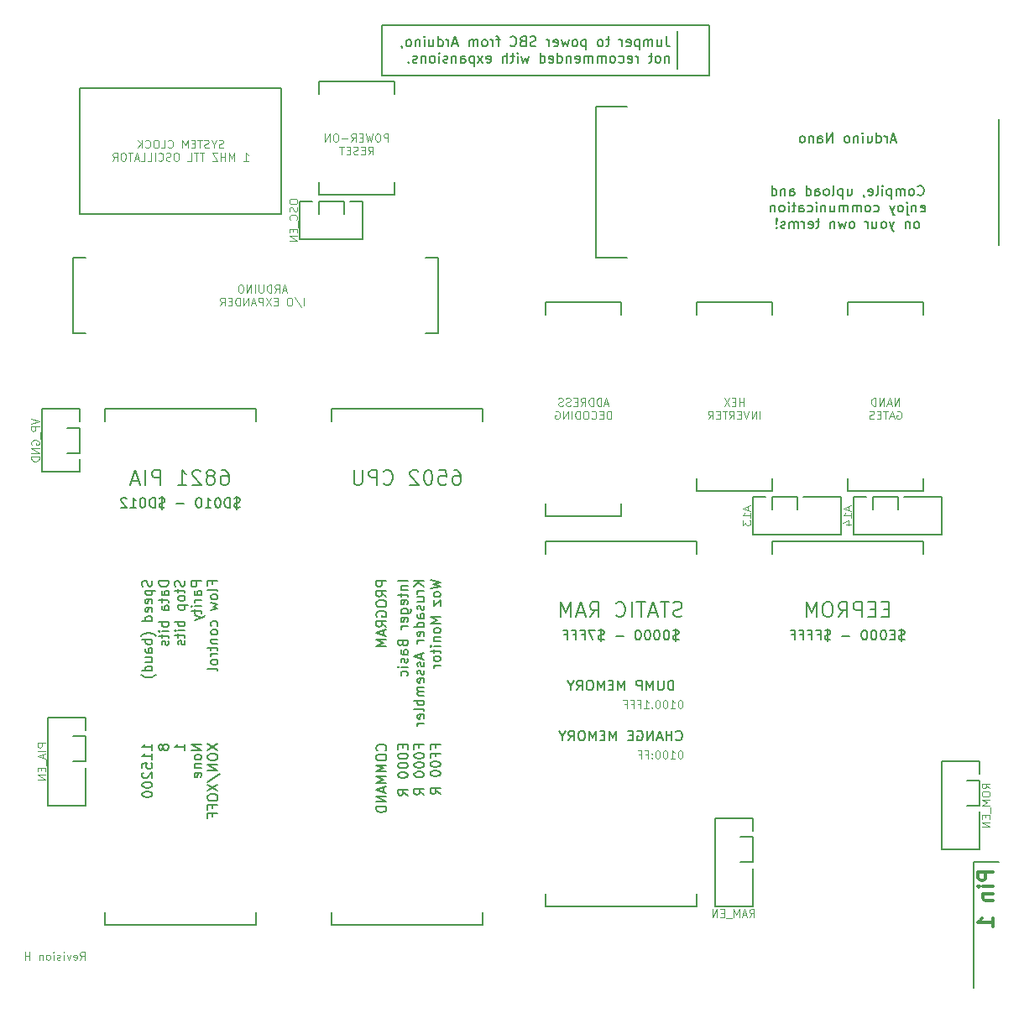
<source format=gbo>
G04 #@! TF.FileFunction,Legend,Bot*
%FSLAX46Y46*%
G04 Gerber Fmt 4.6, Leading zero omitted, Abs format (unit mm)*
G04 Created by KiCad (PCBNEW 4.0.7) date 01/22/20 20:09:16*
%MOMM*%
%LPD*%
G01*
G04 APERTURE LIST*
%ADD10C,0.100000*%
%ADD11C,0.200000*%
%ADD12C,0.150000*%
%ADD13C,0.300000*%
G04 APERTURE END LIST*
D10*
D11*
X186690000Y-130810000D02*
X186690000Y-121920000D01*
X190500000Y-130810000D02*
X186690000Y-130810000D01*
X190500000Y-127000000D02*
X190500000Y-130810000D01*
X190500000Y-126365000D02*
X189230000Y-126365000D01*
X190500000Y-123825000D02*
X190500000Y-126365000D01*
X189230000Y-123825000D02*
X190500000Y-123825000D01*
X190500000Y-121920000D02*
X190500000Y-123190000D01*
X186690000Y-121920000D02*
X190500000Y-121920000D01*
D10*
X122592381Y-136251905D02*
X122859048Y-135870952D01*
X123049524Y-136251905D02*
X123049524Y-135451905D01*
X122744762Y-135451905D01*
X122668571Y-135490000D01*
X122630476Y-135528095D01*
X122592381Y-135604286D01*
X122592381Y-135718571D01*
X122630476Y-135794762D01*
X122668571Y-135832857D01*
X122744762Y-135870952D01*
X123049524Y-135870952D01*
X121944762Y-136213810D02*
X122020952Y-136251905D01*
X122173333Y-136251905D01*
X122249524Y-136213810D01*
X122287619Y-136137619D01*
X122287619Y-135832857D01*
X122249524Y-135756667D01*
X122173333Y-135718571D01*
X122020952Y-135718571D01*
X121944762Y-135756667D01*
X121906667Y-135832857D01*
X121906667Y-135909048D01*
X122287619Y-135985238D01*
X121640000Y-135718571D02*
X121449524Y-136251905D01*
X121259048Y-135718571D01*
X120954286Y-136251905D02*
X120954286Y-135718571D01*
X120954286Y-135451905D02*
X120992381Y-135490000D01*
X120954286Y-135528095D01*
X120916191Y-135490000D01*
X120954286Y-135451905D01*
X120954286Y-135528095D01*
X120611429Y-136213810D02*
X120535239Y-136251905D01*
X120382858Y-136251905D01*
X120306667Y-136213810D01*
X120268572Y-136137619D01*
X120268572Y-136099524D01*
X120306667Y-136023333D01*
X120382858Y-135985238D01*
X120497143Y-135985238D01*
X120573334Y-135947143D01*
X120611429Y-135870952D01*
X120611429Y-135832857D01*
X120573334Y-135756667D01*
X120497143Y-135718571D01*
X120382858Y-135718571D01*
X120306667Y-135756667D01*
X119925715Y-136251905D02*
X119925715Y-135718571D01*
X119925715Y-135451905D02*
X119963810Y-135490000D01*
X119925715Y-135528095D01*
X119887620Y-135490000D01*
X119925715Y-135451905D01*
X119925715Y-135528095D01*
X119430477Y-136251905D02*
X119506668Y-136213810D01*
X119544763Y-136175714D01*
X119582858Y-136099524D01*
X119582858Y-135870952D01*
X119544763Y-135794762D01*
X119506668Y-135756667D01*
X119430477Y-135718571D01*
X119316191Y-135718571D01*
X119240001Y-135756667D01*
X119201906Y-135794762D01*
X119163810Y-135870952D01*
X119163810Y-136099524D01*
X119201906Y-136175714D01*
X119240001Y-136213810D01*
X119316191Y-136251905D01*
X119430477Y-136251905D01*
X118820953Y-135718571D02*
X118820953Y-136251905D01*
X118820953Y-135794762D02*
X118782858Y-135756667D01*
X118706667Y-135718571D01*
X118592381Y-135718571D01*
X118516191Y-135756667D01*
X118478096Y-135832857D01*
X118478096Y-136251905D01*
X117487619Y-136251905D02*
X117487619Y-135451905D01*
X117487619Y-135832857D02*
X117030476Y-135832857D01*
X117030476Y-136251905D02*
X117030476Y-135451905D01*
X189998333Y-90487619D02*
X189998333Y-90868571D01*
X190226905Y-90411428D02*
X189426905Y-90678095D01*
X190226905Y-90944762D01*
X190226905Y-91630476D02*
X190226905Y-91173333D01*
X190226905Y-91401904D02*
X189426905Y-91401904D01*
X189541190Y-91325714D01*
X189617381Y-91249523D01*
X189655476Y-91173333D01*
X189426905Y-91897143D02*
X189426905Y-92392381D01*
X189731667Y-92125714D01*
X189731667Y-92240000D01*
X189769762Y-92316190D01*
X189807857Y-92354286D01*
X189884048Y-92392381D01*
X190074524Y-92392381D01*
X190150714Y-92354286D01*
X190188810Y-92316190D01*
X190226905Y-92240000D01*
X190226905Y-92011428D01*
X190188810Y-91935238D01*
X190150714Y-91897143D01*
X200158333Y-90487619D02*
X200158333Y-90868571D01*
X200386905Y-90411428D02*
X199586905Y-90678095D01*
X200386905Y-90944762D01*
X200386905Y-91630476D02*
X200386905Y-91173333D01*
X200386905Y-91401904D02*
X199586905Y-91401904D01*
X199701190Y-91325714D01*
X199777381Y-91249523D01*
X199815476Y-91173333D01*
X199853571Y-92316190D02*
X200386905Y-92316190D01*
X199548810Y-92125714D02*
X200120238Y-91935238D01*
X200120238Y-92430476D01*
D12*
X205763096Y-103909762D02*
X205620239Y-103957381D01*
X205382143Y-103957381D01*
X205286905Y-103909762D01*
X205239286Y-103862143D01*
X205191667Y-103766905D01*
X205191667Y-103671667D01*
X205239286Y-103576429D01*
X205286905Y-103528810D01*
X205382143Y-103481190D01*
X205572620Y-103433571D01*
X205667858Y-103385952D01*
X205715477Y-103338333D01*
X205763096Y-103243095D01*
X205763096Y-103147857D01*
X205715477Y-103052619D01*
X205667858Y-103005000D01*
X205572620Y-102957381D01*
X205334524Y-102957381D01*
X205191667Y-103005000D01*
X205477382Y-102814524D02*
X205477382Y-104100238D01*
X204763096Y-103433571D02*
X204429762Y-103433571D01*
X204286905Y-103957381D02*
X204763096Y-103957381D01*
X204763096Y-102957381D01*
X204286905Y-102957381D01*
X203667858Y-102957381D02*
X203572619Y-102957381D01*
X203477381Y-103005000D01*
X203429762Y-103052619D01*
X203382143Y-103147857D01*
X203334524Y-103338333D01*
X203334524Y-103576429D01*
X203382143Y-103766905D01*
X203429762Y-103862143D01*
X203477381Y-103909762D01*
X203572619Y-103957381D01*
X203667858Y-103957381D01*
X203763096Y-103909762D01*
X203810715Y-103862143D01*
X203858334Y-103766905D01*
X203905953Y-103576429D01*
X203905953Y-103338333D01*
X203858334Y-103147857D01*
X203810715Y-103052619D01*
X203763096Y-103005000D01*
X203667858Y-102957381D01*
X202715477Y-102957381D02*
X202620238Y-102957381D01*
X202525000Y-103005000D01*
X202477381Y-103052619D01*
X202429762Y-103147857D01*
X202382143Y-103338333D01*
X202382143Y-103576429D01*
X202429762Y-103766905D01*
X202477381Y-103862143D01*
X202525000Y-103909762D01*
X202620238Y-103957381D01*
X202715477Y-103957381D01*
X202810715Y-103909762D01*
X202858334Y-103862143D01*
X202905953Y-103766905D01*
X202953572Y-103576429D01*
X202953572Y-103338333D01*
X202905953Y-103147857D01*
X202858334Y-103052619D01*
X202810715Y-103005000D01*
X202715477Y-102957381D01*
X201763096Y-102957381D02*
X201667857Y-102957381D01*
X201572619Y-103005000D01*
X201525000Y-103052619D01*
X201477381Y-103147857D01*
X201429762Y-103338333D01*
X201429762Y-103576429D01*
X201477381Y-103766905D01*
X201525000Y-103862143D01*
X201572619Y-103909762D01*
X201667857Y-103957381D01*
X201763096Y-103957381D01*
X201858334Y-103909762D01*
X201905953Y-103862143D01*
X201953572Y-103766905D01*
X202001191Y-103576429D01*
X202001191Y-103338333D01*
X201953572Y-103147857D01*
X201905953Y-103052619D01*
X201858334Y-103005000D01*
X201763096Y-102957381D01*
X200239286Y-103576429D02*
X199477381Y-103576429D01*
X198286905Y-103909762D02*
X198144048Y-103957381D01*
X197905952Y-103957381D01*
X197810714Y-103909762D01*
X197763095Y-103862143D01*
X197715476Y-103766905D01*
X197715476Y-103671667D01*
X197763095Y-103576429D01*
X197810714Y-103528810D01*
X197905952Y-103481190D01*
X198096429Y-103433571D01*
X198191667Y-103385952D01*
X198239286Y-103338333D01*
X198286905Y-103243095D01*
X198286905Y-103147857D01*
X198239286Y-103052619D01*
X198191667Y-103005000D01*
X198096429Y-102957381D01*
X197858333Y-102957381D01*
X197715476Y-103005000D01*
X198001191Y-102814524D02*
X198001191Y-104100238D01*
X196953571Y-103433571D02*
X197286905Y-103433571D01*
X197286905Y-103957381D02*
X197286905Y-102957381D01*
X196810714Y-102957381D01*
X196096428Y-103433571D02*
X196429762Y-103433571D01*
X196429762Y-103957381D02*
X196429762Y-102957381D01*
X195953571Y-102957381D01*
X195239285Y-103433571D02*
X195572619Y-103433571D01*
X195572619Y-103957381D02*
X195572619Y-102957381D01*
X195096428Y-102957381D01*
X194382142Y-103433571D02*
X194715476Y-103433571D01*
X194715476Y-103957381D02*
X194715476Y-102957381D01*
X194239285Y-102957381D01*
X204167857Y-100857857D02*
X203667857Y-100857857D01*
X203453571Y-101643571D02*
X204167857Y-101643571D01*
X204167857Y-100143571D01*
X203453571Y-100143571D01*
X202810714Y-100857857D02*
X202310714Y-100857857D01*
X202096428Y-101643571D02*
X202810714Y-101643571D01*
X202810714Y-100143571D01*
X202096428Y-100143571D01*
X201453571Y-101643571D02*
X201453571Y-100143571D01*
X200882143Y-100143571D01*
X200739285Y-100215000D01*
X200667857Y-100286429D01*
X200596428Y-100429286D01*
X200596428Y-100643571D01*
X200667857Y-100786429D01*
X200739285Y-100857857D01*
X200882143Y-100929286D01*
X201453571Y-100929286D01*
X199096428Y-101643571D02*
X199596428Y-100929286D01*
X199953571Y-101643571D02*
X199953571Y-100143571D01*
X199382143Y-100143571D01*
X199239285Y-100215000D01*
X199167857Y-100286429D01*
X199096428Y-100429286D01*
X199096428Y-100643571D01*
X199167857Y-100786429D01*
X199239285Y-100857857D01*
X199382143Y-100929286D01*
X199953571Y-100929286D01*
X198167857Y-100143571D02*
X197882143Y-100143571D01*
X197739285Y-100215000D01*
X197596428Y-100357857D01*
X197525000Y-100643571D01*
X197525000Y-101143571D01*
X197596428Y-101429286D01*
X197739285Y-101572143D01*
X197882143Y-101643571D01*
X198167857Y-101643571D01*
X198310714Y-101572143D01*
X198453571Y-101429286D01*
X198525000Y-101143571D01*
X198525000Y-100643571D01*
X198453571Y-100357857D01*
X198310714Y-100215000D01*
X198167857Y-100143571D01*
X196882142Y-101643571D02*
X196882142Y-100143571D01*
X196382142Y-101215000D01*
X195882142Y-100143571D01*
X195882142Y-101643571D01*
D11*
X192405000Y-93980000D02*
X207645000Y-93980000D01*
X209550000Y-93345000D02*
X209550000Y-89535000D01*
X200660000Y-93345000D02*
X209550000Y-93345000D01*
X200660000Y-89535000D02*
X200660000Y-93345000D01*
X199390000Y-93345000D02*
X199390000Y-89535000D01*
X190500000Y-93345000D02*
X199390000Y-93345000D01*
D12*
X160289285Y-86808571D02*
X160574999Y-86808571D01*
X160717856Y-86880000D01*
X160789285Y-86951429D01*
X160932142Y-87165714D01*
X161003571Y-87451429D01*
X161003571Y-88022857D01*
X160932142Y-88165714D01*
X160860714Y-88237143D01*
X160717856Y-88308571D01*
X160432142Y-88308571D01*
X160289285Y-88237143D01*
X160217856Y-88165714D01*
X160146428Y-88022857D01*
X160146428Y-87665714D01*
X160217856Y-87522857D01*
X160289285Y-87451429D01*
X160432142Y-87380000D01*
X160717856Y-87380000D01*
X160860714Y-87451429D01*
X160932142Y-87522857D01*
X161003571Y-87665714D01*
X158789285Y-86808571D02*
X159503571Y-86808571D01*
X159575000Y-87522857D01*
X159503571Y-87451429D01*
X159360714Y-87380000D01*
X159003571Y-87380000D01*
X158860714Y-87451429D01*
X158789285Y-87522857D01*
X158717857Y-87665714D01*
X158717857Y-88022857D01*
X158789285Y-88165714D01*
X158860714Y-88237143D01*
X159003571Y-88308571D01*
X159360714Y-88308571D01*
X159503571Y-88237143D01*
X159575000Y-88165714D01*
X157789286Y-86808571D02*
X157646429Y-86808571D01*
X157503572Y-86880000D01*
X157432143Y-86951429D01*
X157360714Y-87094286D01*
X157289286Y-87380000D01*
X157289286Y-87737143D01*
X157360714Y-88022857D01*
X157432143Y-88165714D01*
X157503572Y-88237143D01*
X157646429Y-88308571D01*
X157789286Y-88308571D01*
X157932143Y-88237143D01*
X158003572Y-88165714D01*
X158075000Y-88022857D01*
X158146429Y-87737143D01*
X158146429Y-87380000D01*
X158075000Y-87094286D01*
X158003572Y-86951429D01*
X157932143Y-86880000D01*
X157789286Y-86808571D01*
X156717858Y-86951429D02*
X156646429Y-86880000D01*
X156503572Y-86808571D01*
X156146429Y-86808571D01*
X156003572Y-86880000D01*
X155932143Y-86951429D01*
X155860715Y-87094286D01*
X155860715Y-87237143D01*
X155932143Y-87451429D01*
X156789286Y-88308571D01*
X155860715Y-88308571D01*
X153217858Y-88165714D02*
X153289287Y-88237143D01*
X153503573Y-88308571D01*
X153646430Y-88308571D01*
X153860715Y-88237143D01*
X154003573Y-88094286D01*
X154075001Y-87951429D01*
X154146430Y-87665714D01*
X154146430Y-87451429D01*
X154075001Y-87165714D01*
X154003573Y-87022857D01*
X153860715Y-86880000D01*
X153646430Y-86808571D01*
X153503573Y-86808571D01*
X153289287Y-86880000D01*
X153217858Y-86951429D01*
X152575001Y-88308571D02*
X152575001Y-86808571D01*
X152003573Y-86808571D01*
X151860715Y-86880000D01*
X151789287Y-86951429D01*
X151717858Y-87094286D01*
X151717858Y-87308571D01*
X151789287Y-87451429D01*
X151860715Y-87522857D01*
X152003573Y-87594286D01*
X152575001Y-87594286D01*
X151075001Y-86808571D02*
X151075001Y-88022857D01*
X151003573Y-88165714D01*
X150932144Y-88237143D01*
X150789287Y-88308571D01*
X150503573Y-88308571D01*
X150360715Y-88237143D01*
X150289287Y-88165714D01*
X150217858Y-88022857D01*
X150217858Y-86808571D01*
X138715000Y-90574762D02*
X138572143Y-90622381D01*
X138334047Y-90622381D01*
X138238809Y-90574762D01*
X138191190Y-90527143D01*
X138143571Y-90431905D01*
X138143571Y-90336667D01*
X138191190Y-90241429D01*
X138238809Y-90193810D01*
X138334047Y-90146190D01*
X138524524Y-90098571D01*
X138619762Y-90050952D01*
X138667381Y-90003333D01*
X138715000Y-89908095D01*
X138715000Y-89812857D01*
X138667381Y-89717619D01*
X138619762Y-89670000D01*
X138524524Y-89622381D01*
X138286428Y-89622381D01*
X138143571Y-89670000D01*
X138429286Y-89479524D02*
X138429286Y-90765238D01*
X137715000Y-90622381D02*
X137715000Y-89622381D01*
X137476905Y-89622381D01*
X137334047Y-89670000D01*
X137238809Y-89765238D01*
X137191190Y-89860476D01*
X137143571Y-90050952D01*
X137143571Y-90193810D01*
X137191190Y-90384286D01*
X137238809Y-90479524D01*
X137334047Y-90574762D01*
X137476905Y-90622381D01*
X137715000Y-90622381D01*
X136524524Y-89622381D02*
X136429285Y-89622381D01*
X136334047Y-89670000D01*
X136286428Y-89717619D01*
X136238809Y-89812857D01*
X136191190Y-90003333D01*
X136191190Y-90241429D01*
X136238809Y-90431905D01*
X136286428Y-90527143D01*
X136334047Y-90574762D01*
X136429285Y-90622381D01*
X136524524Y-90622381D01*
X136619762Y-90574762D01*
X136667381Y-90527143D01*
X136715000Y-90431905D01*
X136762619Y-90241429D01*
X136762619Y-90003333D01*
X136715000Y-89812857D01*
X136667381Y-89717619D01*
X136619762Y-89670000D01*
X136524524Y-89622381D01*
X135238809Y-90622381D02*
X135810238Y-90622381D01*
X135524524Y-90622381D02*
X135524524Y-89622381D01*
X135619762Y-89765238D01*
X135715000Y-89860476D01*
X135810238Y-89908095D01*
X134619762Y-89622381D02*
X134524523Y-89622381D01*
X134429285Y-89670000D01*
X134381666Y-89717619D01*
X134334047Y-89812857D01*
X134286428Y-90003333D01*
X134286428Y-90241429D01*
X134334047Y-90431905D01*
X134381666Y-90527143D01*
X134429285Y-90574762D01*
X134524523Y-90622381D01*
X134619762Y-90622381D01*
X134715000Y-90574762D01*
X134762619Y-90527143D01*
X134810238Y-90431905D01*
X134857857Y-90241429D01*
X134857857Y-90003333D01*
X134810238Y-89812857D01*
X134762619Y-89717619D01*
X134715000Y-89670000D01*
X134619762Y-89622381D01*
X133095952Y-90241429D02*
X132334047Y-90241429D01*
X131143571Y-90574762D02*
X131000714Y-90622381D01*
X130762618Y-90622381D01*
X130667380Y-90574762D01*
X130619761Y-90527143D01*
X130572142Y-90431905D01*
X130572142Y-90336667D01*
X130619761Y-90241429D01*
X130667380Y-90193810D01*
X130762618Y-90146190D01*
X130953095Y-90098571D01*
X131048333Y-90050952D01*
X131095952Y-90003333D01*
X131143571Y-89908095D01*
X131143571Y-89812857D01*
X131095952Y-89717619D01*
X131048333Y-89670000D01*
X130953095Y-89622381D01*
X130714999Y-89622381D01*
X130572142Y-89670000D01*
X130857857Y-89479524D02*
X130857857Y-90765238D01*
X130143571Y-90622381D02*
X130143571Y-89622381D01*
X129905476Y-89622381D01*
X129762618Y-89670000D01*
X129667380Y-89765238D01*
X129619761Y-89860476D01*
X129572142Y-90050952D01*
X129572142Y-90193810D01*
X129619761Y-90384286D01*
X129667380Y-90479524D01*
X129762618Y-90574762D01*
X129905476Y-90622381D01*
X130143571Y-90622381D01*
X128953095Y-89622381D02*
X128857856Y-89622381D01*
X128762618Y-89670000D01*
X128714999Y-89717619D01*
X128667380Y-89812857D01*
X128619761Y-90003333D01*
X128619761Y-90241429D01*
X128667380Y-90431905D01*
X128714999Y-90527143D01*
X128762618Y-90574762D01*
X128857856Y-90622381D01*
X128953095Y-90622381D01*
X129048333Y-90574762D01*
X129095952Y-90527143D01*
X129143571Y-90431905D01*
X129191190Y-90241429D01*
X129191190Y-90003333D01*
X129143571Y-89812857D01*
X129095952Y-89717619D01*
X129048333Y-89670000D01*
X128953095Y-89622381D01*
X127667380Y-90622381D02*
X128238809Y-90622381D01*
X127953095Y-90622381D02*
X127953095Y-89622381D01*
X128048333Y-89765238D01*
X128143571Y-89860476D01*
X128238809Y-89908095D01*
X127286428Y-89717619D02*
X127238809Y-89670000D01*
X127143571Y-89622381D01*
X126905475Y-89622381D01*
X126810237Y-89670000D01*
X126762618Y-89717619D01*
X126714999Y-89812857D01*
X126714999Y-89908095D01*
X126762618Y-90050952D01*
X127334047Y-90622381D01*
X126714999Y-90622381D01*
X136893570Y-86808571D02*
X137179284Y-86808571D01*
X137322141Y-86880000D01*
X137393570Y-86951429D01*
X137536427Y-87165714D01*
X137607856Y-87451429D01*
X137607856Y-88022857D01*
X137536427Y-88165714D01*
X137464999Y-88237143D01*
X137322141Y-88308571D01*
X137036427Y-88308571D01*
X136893570Y-88237143D01*
X136822141Y-88165714D01*
X136750713Y-88022857D01*
X136750713Y-87665714D01*
X136822141Y-87522857D01*
X136893570Y-87451429D01*
X137036427Y-87380000D01*
X137322141Y-87380000D01*
X137464999Y-87451429D01*
X137536427Y-87522857D01*
X137607856Y-87665714D01*
X135893570Y-87451429D02*
X136036428Y-87380000D01*
X136107856Y-87308571D01*
X136179285Y-87165714D01*
X136179285Y-87094286D01*
X136107856Y-86951429D01*
X136036428Y-86880000D01*
X135893570Y-86808571D01*
X135607856Y-86808571D01*
X135464999Y-86880000D01*
X135393570Y-86951429D01*
X135322142Y-87094286D01*
X135322142Y-87165714D01*
X135393570Y-87308571D01*
X135464999Y-87380000D01*
X135607856Y-87451429D01*
X135893570Y-87451429D01*
X136036428Y-87522857D01*
X136107856Y-87594286D01*
X136179285Y-87737143D01*
X136179285Y-88022857D01*
X136107856Y-88165714D01*
X136036428Y-88237143D01*
X135893570Y-88308571D01*
X135607856Y-88308571D01*
X135464999Y-88237143D01*
X135393570Y-88165714D01*
X135322142Y-88022857D01*
X135322142Y-87737143D01*
X135393570Y-87594286D01*
X135464999Y-87522857D01*
X135607856Y-87451429D01*
X134750714Y-86951429D02*
X134679285Y-86880000D01*
X134536428Y-86808571D01*
X134179285Y-86808571D01*
X134036428Y-86880000D01*
X133964999Y-86951429D01*
X133893571Y-87094286D01*
X133893571Y-87237143D01*
X133964999Y-87451429D01*
X134822142Y-88308571D01*
X133893571Y-88308571D01*
X132465000Y-88308571D02*
X133322143Y-88308571D01*
X132893571Y-88308571D02*
X132893571Y-86808571D01*
X133036428Y-87022857D01*
X133179286Y-87165714D01*
X133322143Y-87237143D01*
X130679286Y-88308571D02*
X130679286Y-86808571D01*
X130107858Y-86808571D01*
X129965000Y-86880000D01*
X129893572Y-86951429D01*
X129822143Y-87094286D01*
X129822143Y-87308571D01*
X129893572Y-87451429D01*
X129965000Y-87522857D01*
X130107858Y-87594286D01*
X130679286Y-87594286D01*
X129179286Y-88308571D02*
X129179286Y-86808571D01*
X128536429Y-87880000D02*
X127822143Y-87880000D01*
X128679286Y-88308571D02*
X128179286Y-86808571D01*
X127679286Y-88308571D01*
D10*
X183172143Y-115116905D02*
X183095952Y-115116905D01*
X183019762Y-115155000D01*
X182981667Y-115193095D01*
X182943571Y-115269286D01*
X182905476Y-115421667D01*
X182905476Y-115612143D01*
X182943571Y-115764524D01*
X182981667Y-115840714D01*
X183019762Y-115878810D01*
X183095952Y-115916905D01*
X183172143Y-115916905D01*
X183248333Y-115878810D01*
X183286429Y-115840714D01*
X183324524Y-115764524D01*
X183362619Y-115612143D01*
X183362619Y-115421667D01*
X183324524Y-115269286D01*
X183286429Y-115193095D01*
X183248333Y-115155000D01*
X183172143Y-115116905D01*
X182143571Y-115916905D02*
X182600714Y-115916905D01*
X182372143Y-115916905D02*
X182372143Y-115116905D01*
X182448333Y-115231190D01*
X182524524Y-115307381D01*
X182600714Y-115345476D01*
X181648333Y-115116905D02*
X181572142Y-115116905D01*
X181495952Y-115155000D01*
X181457857Y-115193095D01*
X181419761Y-115269286D01*
X181381666Y-115421667D01*
X181381666Y-115612143D01*
X181419761Y-115764524D01*
X181457857Y-115840714D01*
X181495952Y-115878810D01*
X181572142Y-115916905D01*
X181648333Y-115916905D01*
X181724523Y-115878810D01*
X181762619Y-115840714D01*
X181800714Y-115764524D01*
X181838809Y-115612143D01*
X181838809Y-115421667D01*
X181800714Y-115269286D01*
X181762619Y-115193095D01*
X181724523Y-115155000D01*
X181648333Y-115116905D01*
X180886428Y-115116905D02*
X180810237Y-115116905D01*
X180734047Y-115155000D01*
X180695952Y-115193095D01*
X180657856Y-115269286D01*
X180619761Y-115421667D01*
X180619761Y-115612143D01*
X180657856Y-115764524D01*
X180695952Y-115840714D01*
X180734047Y-115878810D01*
X180810237Y-115916905D01*
X180886428Y-115916905D01*
X180962618Y-115878810D01*
X181000714Y-115840714D01*
X181038809Y-115764524D01*
X181076904Y-115612143D01*
X181076904Y-115421667D01*
X181038809Y-115269286D01*
X181000714Y-115193095D01*
X180962618Y-115155000D01*
X180886428Y-115116905D01*
X180276904Y-115840714D02*
X180238809Y-115878810D01*
X180276904Y-115916905D01*
X180314999Y-115878810D01*
X180276904Y-115840714D01*
X180276904Y-115916905D01*
X180276904Y-115421667D02*
X180238809Y-115459762D01*
X180276904Y-115497857D01*
X180314999Y-115459762D01*
X180276904Y-115421667D01*
X180276904Y-115497857D01*
X179629285Y-115497857D02*
X179895952Y-115497857D01*
X179895952Y-115916905D02*
X179895952Y-115116905D01*
X179514999Y-115116905D01*
X178943571Y-115497857D02*
X179210238Y-115497857D01*
X179210238Y-115916905D02*
X179210238Y-115116905D01*
X178829285Y-115116905D01*
D12*
X182712619Y-114022143D02*
X182760238Y-114069762D01*
X182903095Y-114117381D01*
X182998333Y-114117381D01*
X183141191Y-114069762D01*
X183236429Y-113974524D01*
X183284048Y-113879286D01*
X183331667Y-113688810D01*
X183331667Y-113545952D01*
X183284048Y-113355476D01*
X183236429Y-113260238D01*
X183141191Y-113165000D01*
X182998333Y-113117381D01*
X182903095Y-113117381D01*
X182760238Y-113165000D01*
X182712619Y-113212619D01*
X182284048Y-114117381D02*
X182284048Y-113117381D01*
X182284048Y-113593571D02*
X181712619Y-113593571D01*
X181712619Y-114117381D02*
X181712619Y-113117381D01*
X181284048Y-113831667D02*
X180807857Y-113831667D01*
X181379286Y-114117381D02*
X181045953Y-113117381D01*
X180712619Y-114117381D01*
X180379286Y-114117381D02*
X180379286Y-113117381D01*
X179807857Y-114117381D01*
X179807857Y-113117381D01*
X178807857Y-113165000D02*
X178903095Y-113117381D01*
X179045952Y-113117381D01*
X179188810Y-113165000D01*
X179284048Y-113260238D01*
X179331667Y-113355476D01*
X179379286Y-113545952D01*
X179379286Y-113688810D01*
X179331667Y-113879286D01*
X179284048Y-113974524D01*
X179188810Y-114069762D01*
X179045952Y-114117381D01*
X178950714Y-114117381D01*
X178807857Y-114069762D01*
X178760238Y-114022143D01*
X178760238Y-113688810D01*
X178950714Y-113688810D01*
X178331667Y-113593571D02*
X177998333Y-113593571D01*
X177855476Y-114117381D02*
X178331667Y-114117381D01*
X178331667Y-113117381D01*
X177855476Y-113117381D01*
X176665000Y-114117381D02*
X176665000Y-113117381D01*
X176331666Y-113831667D01*
X175998333Y-113117381D01*
X175998333Y-114117381D01*
X175522143Y-113593571D02*
X175188809Y-113593571D01*
X175045952Y-114117381D02*
X175522143Y-114117381D01*
X175522143Y-113117381D01*
X175045952Y-113117381D01*
X174617381Y-114117381D02*
X174617381Y-113117381D01*
X174284047Y-113831667D01*
X173950714Y-113117381D01*
X173950714Y-114117381D01*
X173284048Y-113117381D02*
X173093571Y-113117381D01*
X172998333Y-113165000D01*
X172903095Y-113260238D01*
X172855476Y-113450714D01*
X172855476Y-113784048D01*
X172903095Y-113974524D01*
X172998333Y-114069762D01*
X173093571Y-114117381D01*
X173284048Y-114117381D01*
X173379286Y-114069762D01*
X173474524Y-113974524D01*
X173522143Y-113784048D01*
X173522143Y-113450714D01*
X173474524Y-113260238D01*
X173379286Y-113165000D01*
X173284048Y-113117381D01*
X171855476Y-114117381D02*
X172188810Y-113641190D01*
X172426905Y-114117381D02*
X172426905Y-113117381D01*
X172045952Y-113117381D01*
X171950714Y-113165000D01*
X171903095Y-113212619D01*
X171855476Y-113307857D01*
X171855476Y-113450714D01*
X171903095Y-113545952D01*
X171950714Y-113593571D01*
X172045952Y-113641190D01*
X172426905Y-113641190D01*
X171236429Y-113641190D02*
X171236429Y-114117381D01*
X171569762Y-113117381D02*
X171236429Y-113641190D01*
X170903095Y-113117381D01*
X182450714Y-109037381D02*
X182450714Y-108037381D01*
X182212619Y-108037381D01*
X182069761Y-108085000D01*
X181974523Y-108180238D01*
X181926904Y-108275476D01*
X181879285Y-108465952D01*
X181879285Y-108608810D01*
X181926904Y-108799286D01*
X181974523Y-108894524D01*
X182069761Y-108989762D01*
X182212619Y-109037381D01*
X182450714Y-109037381D01*
X181450714Y-108037381D02*
X181450714Y-108846905D01*
X181403095Y-108942143D01*
X181355476Y-108989762D01*
X181260238Y-109037381D01*
X181069761Y-109037381D01*
X180974523Y-108989762D01*
X180926904Y-108942143D01*
X180879285Y-108846905D01*
X180879285Y-108037381D01*
X180403095Y-109037381D02*
X180403095Y-108037381D01*
X180069761Y-108751667D01*
X179736428Y-108037381D01*
X179736428Y-109037381D01*
X179260238Y-109037381D02*
X179260238Y-108037381D01*
X178879285Y-108037381D01*
X178784047Y-108085000D01*
X178736428Y-108132619D01*
X178688809Y-108227857D01*
X178688809Y-108370714D01*
X178736428Y-108465952D01*
X178784047Y-108513571D01*
X178879285Y-108561190D01*
X179260238Y-108561190D01*
X177498333Y-109037381D02*
X177498333Y-108037381D01*
X177164999Y-108751667D01*
X176831666Y-108037381D01*
X176831666Y-109037381D01*
X176355476Y-108513571D02*
X176022142Y-108513571D01*
X175879285Y-109037381D02*
X176355476Y-109037381D01*
X176355476Y-108037381D01*
X175879285Y-108037381D01*
X175450714Y-109037381D02*
X175450714Y-108037381D01*
X175117380Y-108751667D01*
X174784047Y-108037381D01*
X174784047Y-109037381D01*
X174117381Y-108037381D02*
X173926904Y-108037381D01*
X173831666Y-108085000D01*
X173736428Y-108180238D01*
X173688809Y-108370714D01*
X173688809Y-108704048D01*
X173736428Y-108894524D01*
X173831666Y-108989762D01*
X173926904Y-109037381D01*
X174117381Y-109037381D01*
X174212619Y-108989762D01*
X174307857Y-108894524D01*
X174355476Y-108704048D01*
X174355476Y-108370714D01*
X174307857Y-108180238D01*
X174212619Y-108085000D01*
X174117381Y-108037381D01*
X172688809Y-109037381D02*
X173022143Y-108561190D01*
X173260238Y-109037381D02*
X173260238Y-108037381D01*
X172879285Y-108037381D01*
X172784047Y-108085000D01*
X172736428Y-108132619D01*
X172688809Y-108227857D01*
X172688809Y-108370714D01*
X172736428Y-108465952D01*
X172784047Y-108513571D01*
X172879285Y-108561190D01*
X173260238Y-108561190D01*
X172069762Y-108561190D02*
X172069762Y-109037381D01*
X172403095Y-108037381D02*
X172069762Y-108561190D01*
X171736428Y-108037381D01*
X182974524Y-103909762D02*
X182831667Y-103957381D01*
X182593571Y-103957381D01*
X182498333Y-103909762D01*
X182450714Y-103862143D01*
X182403095Y-103766905D01*
X182403095Y-103671667D01*
X182450714Y-103576429D01*
X182498333Y-103528810D01*
X182593571Y-103481190D01*
X182784048Y-103433571D01*
X182879286Y-103385952D01*
X182926905Y-103338333D01*
X182974524Y-103243095D01*
X182974524Y-103147857D01*
X182926905Y-103052619D01*
X182879286Y-103005000D01*
X182784048Y-102957381D01*
X182545952Y-102957381D01*
X182403095Y-103005000D01*
X182688810Y-102814524D02*
X182688810Y-104100238D01*
X181784048Y-102957381D02*
X181688809Y-102957381D01*
X181593571Y-103005000D01*
X181545952Y-103052619D01*
X181498333Y-103147857D01*
X181450714Y-103338333D01*
X181450714Y-103576429D01*
X181498333Y-103766905D01*
X181545952Y-103862143D01*
X181593571Y-103909762D01*
X181688809Y-103957381D01*
X181784048Y-103957381D01*
X181879286Y-103909762D01*
X181926905Y-103862143D01*
X181974524Y-103766905D01*
X182022143Y-103576429D01*
X182022143Y-103338333D01*
X181974524Y-103147857D01*
X181926905Y-103052619D01*
X181879286Y-103005000D01*
X181784048Y-102957381D01*
X180831667Y-102957381D02*
X180736428Y-102957381D01*
X180641190Y-103005000D01*
X180593571Y-103052619D01*
X180545952Y-103147857D01*
X180498333Y-103338333D01*
X180498333Y-103576429D01*
X180545952Y-103766905D01*
X180593571Y-103862143D01*
X180641190Y-103909762D01*
X180736428Y-103957381D01*
X180831667Y-103957381D01*
X180926905Y-103909762D01*
X180974524Y-103862143D01*
X181022143Y-103766905D01*
X181069762Y-103576429D01*
X181069762Y-103338333D01*
X181022143Y-103147857D01*
X180974524Y-103052619D01*
X180926905Y-103005000D01*
X180831667Y-102957381D01*
X179879286Y-102957381D02*
X179784047Y-102957381D01*
X179688809Y-103005000D01*
X179641190Y-103052619D01*
X179593571Y-103147857D01*
X179545952Y-103338333D01*
X179545952Y-103576429D01*
X179593571Y-103766905D01*
X179641190Y-103862143D01*
X179688809Y-103909762D01*
X179784047Y-103957381D01*
X179879286Y-103957381D01*
X179974524Y-103909762D01*
X180022143Y-103862143D01*
X180069762Y-103766905D01*
X180117381Y-103576429D01*
X180117381Y-103338333D01*
X180069762Y-103147857D01*
X180022143Y-103052619D01*
X179974524Y-103005000D01*
X179879286Y-102957381D01*
X178926905Y-102957381D02*
X178831666Y-102957381D01*
X178736428Y-103005000D01*
X178688809Y-103052619D01*
X178641190Y-103147857D01*
X178593571Y-103338333D01*
X178593571Y-103576429D01*
X178641190Y-103766905D01*
X178688809Y-103862143D01*
X178736428Y-103909762D01*
X178831666Y-103957381D01*
X178926905Y-103957381D01*
X179022143Y-103909762D01*
X179069762Y-103862143D01*
X179117381Y-103766905D01*
X179165000Y-103576429D01*
X179165000Y-103338333D01*
X179117381Y-103147857D01*
X179069762Y-103052619D01*
X179022143Y-103005000D01*
X178926905Y-102957381D01*
X177403095Y-103576429D02*
X176641190Y-103576429D01*
X175450714Y-103909762D02*
X175307857Y-103957381D01*
X175069761Y-103957381D01*
X174974523Y-103909762D01*
X174926904Y-103862143D01*
X174879285Y-103766905D01*
X174879285Y-103671667D01*
X174926904Y-103576429D01*
X174974523Y-103528810D01*
X175069761Y-103481190D01*
X175260238Y-103433571D01*
X175355476Y-103385952D01*
X175403095Y-103338333D01*
X175450714Y-103243095D01*
X175450714Y-103147857D01*
X175403095Y-103052619D01*
X175355476Y-103005000D01*
X175260238Y-102957381D01*
X175022142Y-102957381D01*
X174879285Y-103005000D01*
X175165000Y-102814524D02*
X175165000Y-104100238D01*
X174545952Y-102957381D02*
X173879285Y-102957381D01*
X174307857Y-103957381D01*
X173164999Y-103433571D02*
X173498333Y-103433571D01*
X173498333Y-103957381D02*
X173498333Y-102957381D01*
X173022142Y-102957381D01*
X172307856Y-103433571D02*
X172641190Y-103433571D01*
X172641190Y-103957381D02*
X172641190Y-102957381D01*
X172164999Y-102957381D01*
X171450713Y-103433571D02*
X171784047Y-103433571D01*
X171784047Y-103957381D02*
X171784047Y-102957381D01*
X171307856Y-102957381D01*
X183307857Y-101572143D02*
X183093571Y-101643571D01*
X182736428Y-101643571D01*
X182593571Y-101572143D01*
X182522142Y-101500714D01*
X182450714Y-101357857D01*
X182450714Y-101215000D01*
X182522142Y-101072143D01*
X182593571Y-101000714D01*
X182736428Y-100929286D01*
X183022142Y-100857857D01*
X183165000Y-100786429D01*
X183236428Y-100715000D01*
X183307857Y-100572143D01*
X183307857Y-100429286D01*
X183236428Y-100286429D01*
X183165000Y-100215000D01*
X183022142Y-100143571D01*
X182665000Y-100143571D01*
X182450714Y-100215000D01*
X182022143Y-100143571D02*
X181165000Y-100143571D01*
X181593571Y-101643571D02*
X181593571Y-100143571D01*
X180736429Y-101215000D02*
X180022143Y-101215000D01*
X180879286Y-101643571D02*
X180379286Y-100143571D01*
X179879286Y-101643571D01*
X179593572Y-100143571D02*
X178736429Y-100143571D01*
X179165000Y-101643571D02*
X179165000Y-100143571D01*
X178236429Y-101643571D02*
X178236429Y-100143571D01*
X176665000Y-101500714D02*
X176736429Y-101572143D01*
X176950715Y-101643571D01*
X177093572Y-101643571D01*
X177307857Y-101572143D01*
X177450715Y-101429286D01*
X177522143Y-101286429D01*
X177593572Y-101000714D01*
X177593572Y-100786429D01*
X177522143Y-100500714D01*
X177450715Y-100357857D01*
X177307857Y-100215000D01*
X177093572Y-100143571D01*
X176950715Y-100143571D01*
X176736429Y-100215000D01*
X176665000Y-100286429D01*
X174022143Y-101643571D02*
X174522143Y-100929286D01*
X174879286Y-101643571D02*
X174879286Y-100143571D01*
X174307858Y-100143571D01*
X174165000Y-100215000D01*
X174093572Y-100286429D01*
X174022143Y-100429286D01*
X174022143Y-100643571D01*
X174093572Y-100786429D01*
X174165000Y-100857857D01*
X174307858Y-100929286D01*
X174879286Y-100929286D01*
X173450715Y-101215000D02*
X172736429Y-101215000D01*
X173593572Y-101643571D02*
X173093572Y-100143571D01*
X172593572Y-101643571D01*
X172093572Y-101643571D02*
X172093572Y-100143571D01*
X171593572Y-101215000D01*
X171093572Y-100143571D01*
X171093572Y-101643571D01*
D11*
X194945000Y-89535000D02*
X194945000Y-90805000D01*
X192405000Y-89535000D02*
X194945000Y-89535000D01*
X192405000Y-90805000D02*
X192405000Y-89535000D01*
X205740000Y-89535000D02*
X209550000Y-89535000D01*
X205105000Y-89535000D02*
X205105000Y-90805000D01*
X202565000Y-89535000D02*
X205105000Y-89535000D01*
X202565000Y-89535000D02*
X202565000Y-90805000D01*
X200660000Y-89535000D02*
X201930000Y-89535000D01*
X195580000Y-89535000D02*
X199390000Y-89535000D01*
X190500000Y-89535000D02*
X191770000Y-89535000D01*
X190500000Y-93345000D02*
X190500000Y-89535000D01*
X207645000Y-95250000D02*
X207645000Y-93980000D01*
X192405000Y-95250000D02*
X192405000Y-93980000D01*
X213360000Y-117475000D02*
X213360000Y-116205000D01*
X213360000Y-125095000D02*
X213360000Y-121285000D01*
X209550000Y-125095000D02*
X213360000Y-125095000D01*
X209550000Y-121920000D02*
X209550000Y-125095000D01*
X213360000Y-120650000D02*
X212090000Y-120650000D01*
X213360000Y-118110000D02*
X213360000Y-120650000D01*
X212090000Y-118110000D02*
X213360000Y-118110000D01*
X169545000Y-130810000D02*
X184785000Y-130810000D01*
X169545000Y-129540000D02*
X169545000Y-130810000D01*
X123190000Y-113030000D02*
X123190000Y-111760000D01*
X123190000Y-113665000D02*
X121920000Y-113665000D01*
X123190000Y-116205000D02*
X123190000Y-113665000D01*
X121920000Y-116205000D02*
X123190000Y-116205000D01*
X123190000Y-120650000D02*
X123190000Y-116840000D01*
X119380000Y-120650000D02*
X123190000Y-120650000D01*
X119380000Y-117475000D02*
X119380000Y-120650000D01*
X122555000Y-85725000D02*
X122555000Y-86995000D01*
X122555000Y-80645000D02*
X122555000Y-81915000D01*
X122555000Y-85090000D02*
X121285000Y-85090000D01*
X122555000Y-82550000D02*
X122555000Y-85090000D01*
X121285000Y-82550000D02*
X122555000Y-82550000D01*
X149860000Y-59690000D02*
X151130000Y-59690000D01*
X144780000Y-59690000D02*
X146050000Y-59690000D01*
X149225000Y-59690000D02*
X149225000Y-60960000D01*
X146685000Y-59690000D02*
X149225000Y-59690000D01*
X146685000Y-60960000D02*
X146685000Y-59690000D01*
X154305000Y-59055000D02*
X154305000Y-57785000D01*
X146685000Y-59055000D02*
X154305000Y-59055000D01*
X146685000Y-57785000D02*
X146685000Y-59055000D01*
X154305000Y-47625000D02*
X154305000Y-48895000D01*
X146685000Y-47625000D02*
X154305000Y-47625000D01*
X146685000Y-48895000D02*
X146685000Y-47625000D01*
X177165000Y-91440000D02*
X177165000Y-90170000D01*
X169545000Y-91440000D02*
X177165000Y-91440000D01*
X169545000Y-90170000D02*
X169545000Y-91440000D01*
X192405000Y-88900000D02*
X192405000Y-87630000D01*
X184785000Y-88900000D02*
X192405000Y-88900000D01*
X184785000Y-87630000D02*
X184785000Y-88900000D01*
X207645000Y-88900000D02*
X207645000Y-87630000D01*
X200025000Y-88900000D02*
X207645000Y-88900000D01*
X200025000Y-87630000D02*
X200025000Y-88900000D01*
X207645000Y-69850000D02*
X207645000Y-71120000D01*
X200025000Y-69850000D02*
X207645000Y-69850000D01*
X200025000Y-71120000D02*
X200025000Y-69850000D01*
X192405000Y-69850000D02*
X192405000Y-71120000D01*
X184785000Y-69850000D02*
X192405000Y-69850000D01*
X184785000Y-71120000D02*
X184785000Y-69850000D01*
X177165000Y-69850000D02*
X177165000Y-71120000D01*
X169545000Y-69850000D02*
X177165000Y-69850000D01*
X169545000Y-71120000D02*
X169545000Y-69850000D01*
X174625000Y-50165000D02*
X177800000Y-50165000D01*
X174625000Y-65405000D02*
X174625000Y-50165000D01*
X177800000Y-65405000D02*
X174625000Y-65405000D01*
X158750000Y-73025000D02*
X157480000Y-73025000D01*
X158750000Y-65405000D02*
X158750000Y-73025000D01*
X157480000Y-65405000D02*
X158750000Y-65405000D01*
X121920000Y-73025000D02*
X123190000Y-73025000D01*
X121920000Y-65405000D02*
X121920000Y-73025000D01*
X123190000Y-65405000D02*
X121920000Y-65405000D01*
X184785000Y-93980000D02*
X184785000Y-95250000D01*
X169545000Y-93980000D02*
X184785000Y-93980000D01*
X169545000Y-95250000D02*
X169545000Y-93980000D01*
X184785000Y-130810000D02*
X184785000Y-129540000D01*
X163195000Y-132715000D02*
X163195000Y-131445000D01*
X147955000Y-132715000D02*
X163195000Y-132715000D01*
X147955000Y-131445000D02*
X147955000Y-132715000D01*
X140335000Y-132715000D02*
X140335000Y-131445000D01*
X125095000Y-132715000D02*
X140335000Y-132715000D01*
X125095000Y-131445000D02*
X125095000Y-132715000D01*
X140335000Y-80645000D02*
X140335000Y-81915000D01*
X125095000Y-80645000D02*
X140335000Y-80645000D01*
X125095000Y-81915000D02*
X125095000Y-80645000D01*
X163195000Y-80645000D02*
X163195000Y-81915000D01*
X147955000Y-80645000D02*
X163195000Y-80645000D01*
X147955000Y-81915000D02*
X147955000Y-80645000D01*
D10*
X117671905Y-81629524D02*
X118471905Y-81896191D01*
X117671905Y-82162858D01*
X118471905Y-82429524D02*
X117671905Y-82429524D01*
X117671905Y-82734286D01*
X117710000Y-82810477D01*
X117748095Y-82848572D01*
X117824286Y-82886667D01*
X117938571Y-82886667D01*
X118014762Y-82848572D01*
X118052857Y-82810477D01*
X118090952Y-82734286D01*
X118090952Y-82429524D01*
X118548095Y-83039048D02*
X118548095Y-83648572D01*
X117710000Y-84258096D02*
X117671905Y-84181905D01*
X117671905Y-84067620D01*
X117710000Y-83953334D01*
X117786190Y-83877143D01*
X117862381Y-83839048D01*
X118014762Y-83800953D01*
X118129048Y-83800953D01*
X118281429Y-83839048D01*
X118357619Y-83877143D01*
X118433810Y-83953334D01*
X118471905Y-84067620D01*
X118471905Y-84143810D01*
X118433810Y-84258096D01*
X118395714Y-84296191D01*
X118129048Y-84296191D01*
X118129048Y-84143810D01*
X118471905Y-84639048D02*
X117671905Y-84639048D01*
X118471905Y-85096191D01*
X117671905Y-85096191D01*
X118471905Y-85477143D02*
X117671905Y-85477143D01*
X117671905Y-85667619D01*
X117710000Y-85781905D01*
X117786190Y-85858096D01*
X117862381Y-85896191D01*
X118014762Y-85934286D01*
X118129048Y-85934286D01*
X118281429Y-85896191D01*
X118357619Y-85858096D01*
X118433810Y-85781905D01*
X118471905Y-85667619D01*
X118471905Y-85477143D01*
D11*
X118745000Y-86995000D02*
X118745000Y-80645000D01*
X122555000Y-86995000D02*
X118745000Y-86995000D01*
X118745000Y-80645000D02*
X122555000Y-80645000D01*
D10*
X143706905Y-59652143D02*
X143706905Y-59804524D01*
X143745000Y-59880715D01*
X143821190Y-59956905D01*
X143973571Y-59995000D01*
X144240238Y-59995000D01*
X144392619Y-59956905D01*
X144468810Y-59880715D01*
X144506905Y-59804524D01*
X144506905Y-59652143D01*
X144468810Y-59575953D01*
X144392619Y-59499762D01*
X144240238Y-59461667D01*
X143973571Y-59461667D01*
X143821190Y-59499762D01*
X143745000Y-59575953D01*
X143706905Y-59652143D01*
X144468810Y-60299762D02*
X144506905Y-60414048D01*
X144506905Y-60604524D01*
X144468810Y-60680714D01*
X144430714Y-60718810D01*
X144354524Y-60756905D01*
X144278333Y-60756905D01*
X144202143Y-60718810D01*
X144164048Y-60680714D01*
X144125952Y-60604524D01*
X144087857Y-60452143D01*
X144049762Y-60375952D01*
X144011667Y-60337857D01*
X143935476Y-60299762D01*
X143859286Y-60299762D01*
X143783095Y-60337857D01*
X143745000Y-60375952D01*
X143706905Y-60452143D01*
X143706905Y-60642619D01*
X143745000Y-60756905D01*
X144430714Y-61556905D02*
X144468810Y-61518810D01*
X144506905Y-61404524D01*
X144506905Y-61328334D01*
X144468810Y-61214048D01*
X144392619Y-61137857D01*
X144316429Y-61099762D01*
X144164048Y-61061667D01*
X144049762Y-61061667D01*
X143897381Y-61099762D01*
X143821190Y-61137857D01*
X143745000Y-61214048D01*
X143706905Y-61328334D01*
X143706905Y-61404524D01*
X143745000Y-61518810D01*
X143783095Y-61556905D01*
X144583095Y-61709286D02*
X144583095Y-62318810D01*
X144087857Y-62509286D02*
X144087857Y-62775953D01*
X144506905Y-62890239D02*
X144506905Y-62509286D01*
X143706905Y-62509286D01*
X143706905Y-62890239D01*
X144506905Y-63233096D02*
X143706905Y-63233096D01*
X144506905Y-63690239D01*
X143706905Y-63690239D01*
D11*
X144780000Y-63500000D02*
X144780000Y-59690000D01*
X151130000Y-63500000D02*
X144780000Y-63500000D01*
X151130000Y-59690000D02*
X151130000Y-63500000D01*
D10*
X119106905Y-114376429D02*
X118306905Y-114376429D01*
X118306905Y-114681191D01*
X118345000Y-114757382D01*
X118383095Y-114795477D01*
X118459286Y-114833572D01*
X118573571Y-114833572D01*
X118649762Y-114795477D01*
X118687857Y-114757382D01*
X118725952Y-114681191D01*
X118725952Y-114376429D01*
X119106905Y-115176429D02*
X118306905Y-115176429D01*
X118878333Y-115519286D02*
X118878333Y-115900238D01*
X119106905Y-115443095D02*
X118306905Y-115709762D01*
X119106905Y-115976429D01*
X119183095Y-116052619D02*
X119183095Y-116662143D01*
X118687857Y-116852619D02*
X118687857Y-117119286D01*
X119106905Y-117233572D02*
X119106905Y-116852619D01*
X118306905Y-116852619D01*
X118306905Y-117233572D01*
X119106905Y-117576429D02*
X118306905Y-117576429D01*
X119106905Y-118033572D01*
X118306905Y-118033572D01*
D11*
X119380000Y-111760000D02*
X123190000Y-111760000D01*
X119380000Y-117475000D02*
X119380000Y-111760000D01*
D10*
X190106095Y-131933905D02*
X190372762Y-131552952D01*
X190563238Y-131933905D02*
X190563238Y-131133905D01*
X190258476Y-131133905D01*
X190182285Y-131172000D01*
X190144190Y-131210095D01*
X190106095Y-131286286D01*
X190106095Y-131400571D01*
X190144190Y-131476762D01*
X190182285Y-131514857D01*
X190258476Y-131552952D01*
X190563238Y-131552952D01*
X189801333Y-131705333D02*
X189420381Y-131705333D01*
X189877524Y-131933905D02*
X189610857Y-131133905D01*
X189344190Y-131933905D01*
X189077524Y-131933905D02*
X189077524Y-131133905D01*
X188810857Y-131705333D01*
X188544190Y-131133905D01*
X188544190Y-131933905D01*
X188353714Y-132010095D02*
X187744190Y-132010095D01*
X187553714Y-131514857D02*
X187287047Y-131514857D01*
X187172761Y-131933905D02*
X187553714Y-131933905D01*
X187553714Y-131133905D01*
X187172761Y-131133905D01*
X186829904Y-131933905D02*
X186829904Y-131133905D01*
X186372761Y-131933905D01*
X186372761Y-131133905D01*
D11*
X212725000Y-133985000D02*
X212725000Y-139065000D01*
D10*
X214356905Y-118935714D02*
X213975952Y-118669047D01*
X214356905Y-118478571D02*
X213556905Y-118478571D01*
X213556905Y-118783333D01*
X213595000Y-118859524D01*
X213633095Y-118897619D01*
X213709286Y-118935714D01*
X213823571Y-118935714D01*
X213899762Y-118897619D01*
X213937857Y-118859524D01*
X213975952Y-118783333D01*
X213975952Y-118478571D01*
X213556905Y-119430952D02*
X213556905Y-119583333D01*
X213595000Y-119659524D01*
X213671190Y-119735714D01*
X213823571Y-119773809D01*
X214090238Y-119773809D01*
X214242619Y-119735714D01*
X214318810Y-119659524D01*
X214356905Y-119583333D01*
X214356905Y-119430952D01*
X214318810Y-119354762D01*
X214242619Y-119278571D01*
X214090238Y-119240476D01*
X213823571Y-119240476D01*
X213671190Y-119278571D01*
X213595000Y-119354762D01*
X213556905Y-119430952D01*
X214356905Y-120116666D02*
X213556905Y-120116666D01*
X214128333Y-120383333D01*
X213556905Y-120650000D01*
X214356905Y-120650000D01*
X214433095Y-120840476D02*
X214433095Y-121450000D01*
X213937857Y-121640476D02*
X213937857Y-121907143D01*
X214356905Y-122021429D02*
X214356905Y-121640476D01*
X213556905Y-121640476D01*
X213556905Y-122021429D01*
X214356905Y-122364286D02*
X213556905Y-122364286D01*
X214356905Y-122821429D01*
X213556905Y-122821429D01*
D11*
X209550000Y-116205000D02*
X209550000Y-121920000D01*
X213360000Y-116205000D02*
X209550000Y-116205000D01*
X153035000Y-46990000D02*
X157480000Y-46990000D01*
X153035000Y-41910000D02*
X153035000Y-46990000D01*
X157480000Y-41910000D02*
X153035000Y-41910000D01*
X157480000Y-41910000D02*
X158750000Y-41910000D01*
X158750000Y-46990000D02*
X157480000Y-46990000D01*
D12*
X181721190Y-43077381D02*
X181721190Y-43791667D01*
X181768810Y-43934524D01*
X181864048Y-44029762D01*
X182006905Y-44077381D01*
X182102143Y-44077381D01*
X180816428Y-43410714D02*
X180816428Y-44077381D01*
X181245000Y-43410714D02*
X181245000Y-43934524D01*
X181197381Y-44029762D01*
X181102143Y-44077381D01*
X180959285Y-44077381D01*
X180864047Y-44029762D01*
X180816428Y-43982143D01*
X180340238Y-44077381D02*
X180340238Y-43410714D01*
X180340238Y-43505952D02*
X180292619Y-43458333D01*
X180197381Y-43410714D01*
X180054523Y-43410714D01*
X179959285Y-43458333D01*
X179911666Y-43553571D01*
X179911666Y-44077381D01*
X179911666Y-43553571D02*
X179864047Y-43458333D01*
X179768809Y-43410714D01*
X179625952Y-43410714D01*
X179530714Y-43458333D01*
X179483095Y-43553571D01*
X179483095Y-44077381D01*
X179006905Y-43410714D02*
X179006905Y-44410714D01*
X179006905Y-43458333D02*
X178911667Y-43410714D01*
X178721190Y-43410714D01*
X178625952Y-43458333D01*
X178578333Y-43505952D01*
X178530714Y-43601190D01*
X178530714Y-43886905D01*
X178578333Y-43982143D01*
X178625952Y-44029762D01*
X178721190Y-44077381D01*
X178911667Y-44077381D01*
X179006905Y-44029762D01*
X177721190Y-44029762D02*
X177816428Y-44077381D01*
X178006905Y-44077381D01*
X178102143Y-44029762D01*
X178149762Y-43934524D01*
X178149762Y-43553571D01*
X178102143Y-43458333D01*
X178006905Y-43410714D01*
X177816428Y-43410714D01*
X177721190Y-43458333D01*
X177673571Y-43553571D01*
X177673571Y-43648810D01*
X178149762Y-43744048D01*
X177245000Y-44077381D02*
X177245000Y-43410714D01*
X177245000Y-43601190D02*
X177197381Y-43505952D01*
X177149762Y-43458333D01*
X177054524Y-43410714D01*
X176959285Y-43410714D01*
X176006904Y-43410714D02*
X175625952Y-43410714D01*
X175864047Y-43077381D02*
X175864047Y-43934524D01*
X175816428Y-44029762D01*
X175721190Y-44077381D01*
X175625952Y-44077381D01*
X175149761Y-44077381D02*
X175244999Y-44029762D01*
X175292618Y-43982143D01*
X175340237Y-43886905D01*
X175340237Y-43601190D01*
X175292618Y-43505952D01*
X175244999Y-43458333D01*
X175149761Y-43410714D01*
X175006903Y-43410714D01*
X174911665Y-43458333D01*
X174864046Y-43505952D01*
X174816427Y-43601190D01*
X174816427Y-43886905D01*
X174864046Y-43982143D01*
X174911665Y-44029762D01*
X175006903Y-44077381D01*
X175149761Y-44077381D01*
X173625951Y-43410714D02*
X173625951Y-44410714D01*
X173625951Y-43458333D02*
X173530713Y-43410714D01*
X173340236Y-43410714D01*
X173244998Y-43458333D01*
X173197379Y-43505952D01*
X173149760Y-43601190D01*
X173149760Y-43886905D01*
X173197379Y-43982143D01*
X173244998Y-44029762D01*
X173340236Y-44077381D01*
X173530713Y-44077381D01*
X173625951Y-44029762D01*
X172578332Y-44077381D02*
X172673570Y-44029762D01*
X172721189Y-43982143D01*
X172768808Y-43886905D01*
X172768808Y-43601190D01*
X172721189Y-43505952D01*
X172673570Y-43458333D01*
X172578332Y-43410714D01*
X172435474Y-43410714D01*
X172340236Y-43458333D01*
X172292617Y-43505952D01*
X172244998Y-43601190D01*
X172244998Y-43886905D01*
X172292617Y-43982143D01*
X172340236Y-44029762D01*
X172435474Y-44077381D01*
X172578332Y-44077381D01*
X171911665Y-43410714D02*
X171721189Y-44077381D01*
X171530712Y-43601190D01*
X171340236Y-44077381D01*
X171149760Y-43410714D01*
X170387855Y-44029762D02*
X170483093Y-44077381D01*
X170673570Y-44077381D01*
X170768808Y-44029762D01*
X170816427Y-43934524D01*
X170816427Y-43553571D01*
X170768808Y-43458333D01*
X170673570Y-43410714D01*
X170483093Y-43410714D01*
X170387855Y-43458333D01*
X170340236Y-43553571D01*
X170340236Y-43648810D01*
X170816427Y-43744048D01*
X169911665Y-44077381D02*
X169911665Y-43410714D01*
X169911665Y-43601190D02*
X169864046Y-43505952D01*
X169816427Y-43458333D01*
X169721189Y-43410714D01*
X169625950Y-43410714D01*
X168578331Y-44029762D02*
X168435474Y-44077381D01*
X168197378Y-44077381D01*
X168102140Y-44029762D01*
X168054521Y-43982143D01*
X168006902Y-43886905D01*
X168006902Y-43791667D01*
X168054521Y-43696429D01*
X168102140Y-43648810D01*
X168197378Y-43601190D01*
X168387855Y-43553571D01*
X168483093Y-43505952D01*
X168530712Y-43458333D01*
X168578331Y-43363095D01*
X168578331Y-43267857D01*
X168530712Y-43172619D01*
X168483093Y-43125000D01*
X168387855Y-43077381D01*
X168149759Y-43077381D01*
X168006902Y-43125000D01*
X167244997Y-43553571D02*
X167102140Y-43601190D01*
X167054521Y-43648810D01*
X167006902Y-43744048D01*
X167006902Y-43886905D01*
X167054521Y-43982143D01*
X167102140Y-44029762D01*
X167197378Y-44077381D01*
X167578331Y-44077381D01*
X167578331Y-43077381D01*
X167244997Y-43077381D01*
X167149759Y-43125000D01*
X167102140Y-43172619D01*
X167054521Y-43267857D01*
X167054521Y-43363095D01*
X167102140Y-43458333D01*
X167149759Y-43505952D01*
X167244997Y-43553571D01*
X167578331Y-43553571D01*
X166006902Y-43982143D02*
X166054521Y-44029762D01*
X166197378Y-44077381D01*
X166292616Y-44077381D01*
X166435474Y-44029762D01*
X166530712Y-43934524D01*
X166578331Y-43839286D01*
X166625950Y-43648810D01*
X166625950Y-43505952D01*
X166578331Y-43315476D01*
X166530712Y-43220238D01*
X166435474Y-43125000D01*
X166292616Y-43077381D01*
X166197378Y-43077381D01*
X166054521Y-43125000D01*
X166006902Y-43172619D01*
X164959283Y-43410714D02*
X164578331Y-43410714D01*
X164816426Y-44077381D02*
X164816426Y-43220238D01*
X164768807Y-43125000D01*
X164673569Y-43077381D01*
X164578331Y-43077381D01*
X164244997Y-44077381D02*
X164244997Y-43410714D01*
X164244997Y-43601190D02*
X164197378Y-43505952D01*
X164149759Y-43458333D01*
X164054521Y-43410714D01*
X163959282Y-43410714D01*
X163483092Y-44077381D02*
X163578330Y-44029762D01*
X163625949Y-43982143D01*
X163673568Y-43886905D01*
X163673568Y-43601190D01*
X163625949Y-43505952D01*
X163578330Y-43458333D01*
X163483092Y-43410714D01*
X163340234Y-43410714D01*
X163244996Y-43458333D01*
X163197377Y-43505952D01*
X163149758Y-43601190D01*
X163149758Y-43886905D01*
X163197377Y-43982143D01*
X163244996Y-44029762D01*
X163340234Y-44077381D01*
X163483092Y-44077381D01*
X162721187Y-44077381D02*
X162721187Y-43410714D01*
X162721187Y-43505952D02*
X162673568Y-43458333D01*
X162578330Y-43410714D01*
X162435472Y-43410714D01*
X162340234Y-43458333D01*
X162292615Y-43553571D01*
X162292615Y-44077381D01*
X162292615Y-43553571D02*
X162244996Y-43458333D01*
X162149758Y-43410714D01*
X162006901Y-43410714D01*
X161911663Y-43458333D01*
X161864044Y-43553571D01*
X161864044Y-44077381D01*
X160673568Y-43791667D02*
X160197377Y-43791667D01*
X160768806Y-44077381D02*
X160435473Y-43077381D01*
X160102139Y-44077381D01*
X159768806Y-44077381D02*
X159768806Y-43410714D01*
X159768806Y-43601190D02*
X159721187Y-43505952D01*
X159673568Y-43458333D01*
X159578330Y-43410714D01*
X159483091Y-43410714D01*
X158721186Y-44077381D02*
X158721186Y-43077381D01*
X158721186Y-44029762D02*
X158816424Y-44077381D01*
X159006901Y-44077381D01*
X159102139Y-44029762D01*
X159149758Y-43982143D01*
X159197377Y-43886905D01*
X159197377Y-43601190D01*
X159149758Y-43505952D01*
X159102139Y-43458333D01*
X159006901Y-43410714D01*
X158816424Y-43410714D01*
X158721186Y-43458333D01*
X157816424Y-43410714D02*
X157816424Y-44077381D01*
X158244996Y-43410714D02*
X158244996Y-43934524D01*
X158197377Y-44029762D01*
X158102139Y-44077381D01*
X157959281Y-44077381D01*
X157864043Y-44029762D01*
X157816424Y-43982143D01*
X157340234Y-44077381D02*
X157340234Y-43410714D01*
X157340234Y-43077381D02*
X157387853Y-43125000D01*
X157340234Y-43172619D01*
X157292615Y-43125000D01*
X157340234Y-43077381D01*
X157340234Y-43172619D01*
X156864044Y-43410714D02*
X156864044Y-44077381D01*
X156864044Y-43505952D02*
X156816425Y-43458333D01*
X156721187Y-43410714D01*
X156578329Y-43410714D01*
X156483091Y-43458333D01*
X156435472Y-43553571D01*
X156435472Y-44077381D01*
X155816425Y-44077381D02*
X155911663Y-44029762D01*
X155959282Y-43982143D01*
X156006901Y-43886905D01*
X156006901Y-43601190D01*
X155959282Y-43505952D01*
X155911663Y-43458333D01*
X155816425Y-43410714D01*
X155673567Y-43410714D01*
X155578329Y-43458333D01*
X155530710Y-43505952D01*
X155483091Y-43601190D01*
X155483091Y-43886905D01*
X155530710Y-43982143D01*
X155578329Y-44029762D01*
X155673567Y-44077381D01*
X155816425Y-44077381D01*
X155006901Y-44029762D02*
X155006901Y-44077381D01*
X155054520Y-44172619D01*
X155102139Y-44220238D01*
X182006905Y-45060714D02*
X182006905Y-45727381D01*
X182006905Y-45155952D02*
X181959286Y-45108333D01*
X181864048Y-45060714D01*
X181721190Y-45060714D01*
X181625952Y-45108333D01*
X181578333Y-45203571D01*
X181578333Y-45727381D01*
X180959286Y-45727381D02*
X181054524Y-45679762D01*
X181102143Y-45632143D01*
X181149762Y-45536905D01*
X181149762Y-45251190D01*
X181102143Y-45155952D01*
X181054524Y-45108333D01*
X180959286Y-45060714D01*
X180816428Y-45060714D01*
X180721190Y-45108333D01*
X180673571Y-45155952D01*
X180625952Y-45251190D01*
X180625952Y-45536905D01*
X180673571Y-45632143D01*
X180721190Y-45679762D01*
X180816428Y-45727381D01*
X180959286Y-45727381D01*
X180340238Y-45060714D02*
X179959286Y-45060714D01*
X180197381Y-44727381D02*
X180197381Y-45584524D01*
X180149762Y-45679762D01*
X180054524Y-45727381D01*
X179959286Y-45727381D01*
X178864047Y-45727381D02*
X178864047Y-45060714D01*
X178864047Y-45251190D02*
X178816428Y-45155952D01*
X178768809Y-45108333D01*
X178673571Y-45060714D01*
X178578332Y-45060714D01*
X177864046Y-45679762D02*
X177959284Y-45727381D01*
X178149761Y-45727381D01*
X178244999Y-45679762D01*
X178292618Y-45584524D01*
X178292618Y-45203571D01*
X178244999Y-45108333D01*
X178149761Y-45060714D01*
X177959284Y-45060714D01*
X177864046Y-45108333D01*
X177816427Y-45203571D01*
X177816427Y-45298810D01*
X178292618Y-45394048D01*
X176959284Y-45679762D02*
X177054522Y-45727381D01*
X177244999Y-45727381D01*
X177340237Y-45679762D01*
X177387856Y-45632143D01*
X177435475Y-45536905D01*
X177435475Y-45251190D01*
X177387856Y-45155952D01*
X177340237Y-45108333D01*
X177244999Y-45060714D01*
X177054522Y-45060714D01*
X176959284Y-45108333D01*
X176387856Y-45727381D02*
X176483094Y-45679762D01*
X176530713Y-45632143D01*
X176578332Y-45536905D01*
X176578332Y-45251190D01*
X176530713Y-45155952D01*
X176483094Y-45108333D01*
X176387856Y-45060714D01*
X176244998Y-45060714D01*
X176149760Y-45108333D01*
X176102141Y-45155952D01*
X176054522Y-45251190D01*
X176054522Y-45536905D01*
X176102141Y-45632143D01*
X176149760Y-45679762D01*
X176244998Y-45727381D01*
X176387856Y-45727381D01*
X175625951Y-45727381D02*
X175625951Y-45060714D01*
X175625951Y-45155952D02*
X175578332Y-45108333D01*
X175483094Y-45060714D01*
X175340236Y-45060714D01*
X175244998Y-45108333D01*
X175197379Y-45203571D01*
X175197379Y-45727381D01*
X175197379Y-45203571D02*
X175149760Y-45108333D01*
X175054522Y-45060714D01*
X174911665Y-45060714D01*
X174816427Y-45108333D01*
X174768808Y-45203571D01*
X174768808Y-45727381D01*
X174292618Y-45727381D02*
X174292618Y-45060714D01*
X174292618Y-45155952D02*
X174244999Y-45108333D01*
X174149761Y-45060714D01*
X174006903Y-45060714D01*
X173911665Y-45108333D01*
X173864046Y-45203571D01*
X173864046Y-45727381D01*
X173864046Y-45203571D02*
X173816427Y-45108333D01*
X173721189Y-45060714D01*
X173578332Y-45060714D01*
X173483094Y-45108333D01*
X173435475Y-45203571D01*
X173435475Y-45727381D01*
X172578332Y-45679762D02*
X172673570Y-45727381D01*
X172864047Y-45727381D01*
X172959285Y-45679762D01*
X173006904Y-45584524D01*
X173006904Y-45203571D01*
X172959285Y-45108333D01*
X172864047Y-45060714D01*
X172673570Y-45060714D01*
X172578332Y-45108333D01*
X172530713Y-45203571D01*
X172530713Y-45298810D01*
X173006904Y-45394048D01*
X172102142Y-45060714D02*
X172102142Y-45727381D01*
X172102142Y-45155952D02*
X172054523Y-45108333D01*
X171959285Y-45060714D01*
X171816427Y-45060714D01*
X171721189Y-45108333D01*
X171673570Y-45203571D01*
X171673570Y-45727381D01*
X170768808Y-45727381D02*
X170768808Y-44727381D01*
X170768808Y-45679762D02*
X170864046Y-45727381D01*
X171054523Y-45727381D01*
X171149761Y-45679762D01*
X171197380Y-45632143D01*
X171244999Y-45536905D01*
X171244999Y-45251190D01*
X171197380Y-45155952D01*
X171149761Y-45108333D01*
X171054523Y-45060714D01*
X170864046Y-45060714D01*
X170768808Y-45108333D01*
X169911665Y-45679762D02*
X170006903Y-45727381D01*
X170197380Y-45727381D01*
X170292618Y-45679762D01*
X170340237Y-45584524D01*
X170340237Y-45203571D01*
X170292618Y-45108333D01*
X170197380Y-45060714D01*
X170006903Y-45060714D01*
X169911665Y-45108333D01*
X169864046Y-45203571D01*
X169864046Y-45298810D01*
X170340237Y-45394048D01*
X169006903Y-45727381D02*
X169006903Y-44727381D01*
X169006903Y-45679762D02*
X169102141Y-45727381D01*
X169292618Y-45727381D01*
X169387856Y-45679762D01*
X169435475Y-45632143D01*
X169483094Y-45536905D01*
X169483094Y-45251190D01*
X169435475Y-45155952D01*
X169387856Y-45108333D01*
X169292618Y-45060714D01*
X169102141Y-45060714D01*
X169006903Y-45108333D01*
X167864046Y-45060714D02*
X167673570Y-45727381D01*
X167483093Y-45251190D01*
X167292617Y-45727381D01*
X167102141Y-45060714D01*
X166721189Y-45727381D02*
X166721189Y-45060714D01*
X166721189Y-44727381D02*
X166768808Y-44775000D01*
X166721189Y-44822619D01*
X166673570Y-44775000D01*
X166721189Y-44727381D01*
X166721189Y-44822619D01*
X166387856Y-45060714D02*
X166006904Y-45060714D01*
X166244999Y-44727381D02*
X166244999Y-45584524D01*
X166197380Y-45679762D01*
X166102142Y-45727381D01*
X166006904Y-45727381D01*
X165673570Y-45727381D02*
X165673570Y-44727381D01*
X165244998Y-45727381D02*
X165244998Y-45203571D01*
X165292617Y-45108333D01*
X165387855Y-45060714D01*
X165530713Y-45060714D01*
X165625951Y-45108333D01*
X165673570Y-45155952D01*
X163625950Y-45679762D02*
X163721188Y-45727381D01*
X163911665Y-45727381D01*
X164006903Y-45679762D01*
X164054522Y-45584524D01*
X164054522Y-45203571D01*
X164006903Y-45108333D01*
X163911665Y-45060714D01*
X163721188Y-45060714D01*
X163625950Y-45108333D01*
X163578331Y-45203571D01*
X163578331Y-45298810D01*
X164054522Y-45394048D01*
X163244998Y-45727381D02*
X162721188Y-45060714D01*
X163244998Y-45060714D02*
X162721188Y-45727381D01*
X162340236Y-45060714D02*
X162340236Y-46060714D01*
X162340236Y-45108333D02*
X162244998Y-45060714D01*
X162054521Y-45060714D01*
X161959283Y-45108333D01*
X161911664Y-45155952D01*
X161864045Y-45251190D01*
X161864045Y-45536905D01*
X161911664Y-45632143D01*
X161959283Y-45679762D01*
X162054521Y-45727381D01*
X162244998Y-45727381D01*
X162340236Y-45679762D01*
X161006902Y-45727381D02*
X161006902Y-45203571D01*
X161054521Y-45108333D01*
X161149759Y-45060714D01*
X161340236Y-45060714D01*
X161435474Y-45108333D01*
X161006902Y-45679762D02*
X161102140Y-45727381D01*
X161340236Y-45727381D01*
X161435474Y-45679762D01*
X161483093Y-45584524D01*
X161483093Y-45489286D01*
X161435474Y-45394048D01*
X161340236Y-45346429D01*
X161102140Y-45346429D01*
X161006902Y-45298810D01*
X160530712Y-45060714D02*
X160530712Y-45727381D01*
X160530712Y-45155952D02*
X160483093Y-45108333D01*
X160387855Y-45060714D01*
X160244997Y-45060714D01*
X160149759Y-45108333D01*
X160102140Y-45203571D01*
X160102140Y-45727381D01*
X159673569Y-45679762D02*
X159578331Y-45727381D01*
X159387855Y-45727381D01*
X159292616Y-45679762D01*
X159244997Y-45584524D01*
X159244997Y-45536905D01*
X159292616Y-45441667D01*
X159387855Y-45394048D01*
X159530712Y-45394048D01*
X159625950Y-45346429D01*
X159673569Y-45251190D01*
X159673569Y-45203571D01*
X159625950Y-45108333D01*
X159530712Y-45060714D01*
X159387855Y-45060714D01*
X159292616Y-45108333D01*
X158816426Y-45727381D02*
X158816426Y-45060714D01*
X158816426Y-44727381D02*
X158864045Y-44775000D01*
X158816426Y-44822619D01*
X158768807Y-44775000D01*
X158816426Y-44727381D01*
X158816426Y-44822619D01*
X158197379Y-45727381D02*
X158292617Y-45679762D01*
X158340236Y-45632143D01*
X158387855Y-45536905D01*
X158387855Y-45251190D01*
X158340236Y-45155952D01*
X158292617Y-45108333D01*
X158197379Y-45060714D01*
X158054521Y-45060714D01*
X157959283Y-45108333D01*
X157911664Y-45155952D01*
X157864045Y-45251190D01*
X157864045Y-45536905D01*
X157911664Y-45632143D01*
X157959283Y-45679762D01*
X158054521Y-45727381D01*
X158197379Y-45727381D01*
X157435474Y-45060714D02*
X157435474Y-45727381D01*
X157435474Y-45155952D02*
X157387855Y-45108333D01*
X157292617Y-45060714D01*
X157149759Y-45060714D01*
X157054521Y-45108333D01*
X157006902Y-45203571D01*
X157006902Y-45727381D01*
X156578331Y-45679762D02*
X156483093Y-45727381D01*
X156292617Y-45727381D01*
X156197378Y-45679762D01*
X156149759Y-45584524D01*
X156149759Y-45536905D01*
X156197378Y-45441667D01*
X156292617Y-45394048D01*
X156435474Y-45394048D01*
X156530712Y-45346429D01*
X156578331Y-45251190D01*
X156578331Y-45203571D01*
X156530712Y-45108333D01*
X156435474Y-45060714D01*
X156292617Y-45060714D01*
X156197378Y-45108333D01*
X155721188Y-45632143D02*
X155673569Y-45679762D01*
X155721188Y-45727381D01*
X155768807Y-45679762D01*
X155721188Y-45632143D01*
X155721188Y-45727381D01*
D13*
X214673571Y-127357143D02*
X213173571Y-127357143D01*
X213173571Y-127928571D01*
X213245000Y-128071429D01*
X213316429Y-128142857D01*
X213459286Y-128214286D01*
X213673571Y-128214286D01*
X213816429Y-128142857D01*
X213887857Y-128071429D01*
X213959286Y-127928571D01*
X213959286Y-127357143D01*
X214673571Y-128857143D02*
X213673571Y-128857143D01*
X213173571Y-128857143D02*
X213245000Y-128785714D01*
X213316429Y-128857143D01*
X213245000Y-128928571D01*
X213173571Y-128857143D01*
X213316429Y-128857143D01*
X213673571Y-129571429D02*
X214673571Y-129571429D01*
X213816429Y-129571429D02*
X213745000Y-129642857D01*
X213673571Y-129785715D01*
X213673571Y-130000000D01*
X213745000Y-130142857D01*
X213887857Y-130214286D01*
X214673571Y-130214286D01*
X214673571Y-132857143D02*
X214673571Y-132000000D01*
X214673571Y-132428572D02*
X213173571Y-132428572D01*
X213387857Y-132285715D01*
X213530714Y-132142857D01*
X213602143Y-132000000D01*
D11*
X212725000Y-126365000D02*
X212725000Y-133985000D01*
X215265000Y-126365000D02*
X212725000Y-126365000D01*
X182880000Y-42545000D02*
X182880000Y-46355000D01*
X158750000Y-46990000D02*
X186055000Y-46990000D01*
X186055000Y-41910000D02*
X158750000Y-41910000D01*
X186055000Y-46990000D02*
X186055000Y-41910000D01*
D12*
X204882143Y-53506667D02*
X204405952Y-53506667D01*
X204977381Y-53792381D02*
X204644048Y-52792381D01*
X204310714Y-53792381D01*
X203977381Y-53792381D02*
X203977381Y-53125714D01*
X203977381Y-53316190D02*
X203929762Y-53220952D01*
X203882143Y-53173333D01*
X203786905Y-53125714D01*
X203691666Y-53125714D01*
X202929761Y-53792381D02*
X202929761Y-52792381D01*
X202929761Y-53744762D02*
X203024999Y-53792381D01*
X203215476Y-53792381D01*
X203310714Y-53744762D01*
X203358333Y-53697143D01*
X203405952Y-53601905D01*
X203405952Y-53316190D01*
X203358333Y-53220952D01*
X203310714Y-53173333D01*
X203215476Y-53125714D01*
X203024999Y-53125714D01*
X202929761Y-53173333D01*
X202024999Y-53125714D02*
X202024999Y-53792381D01*
X202453571Y-53125714D02*
X202453571Y-53649524D01*
X202405952Y-53744762D01*
X202310714Y-53792381D01*
X202167856Y-53792381D01*
X202072618Y-53744762D01*
X202024999Y-53697143D01*
X201548809Y-53792381D02*
X201548809Y-53125714D01*
X201548809Y-52792381D02*
X201596428Y-52840000D01*
X201548809Y-52887619D01*
X201501190Y-52840000D01*
X201548809Y-52792381D01*
X201548809Y-52887619D01*
X201072619Y-53125714D02*
X201072619Y-53792381D01*
X201072619Y-53220952D02*
X201025000Y-53173333D01*
X200929762Y-53125714D01*
X200786904Y-53125714D01*
X200691666Y-53173333D01*
X200644047Y-53268571D01*
X200644047Y-53792381D01*
X200025000Y-53792381D02*
X200120238Y-53744762D01*
X200167857Y-53697143D01*
X200215476Y-53601905D01*
X200215476Y-53316190D01*
X200167857Y-53220952D01*
X200120238Y-53173333D01*
X200025000Y-53125714D01*
X199882142Y-53125714D01*
X199786904Y-53173333D01*
X199739285Y-53220952D01*
X199691666Y-53316190D01*
X199691666Y-53601905D01*
X199739285Y-53697143D01*
X199786904Y-53744762D01*
X199882142Y-53792381D01*
X200025000Y-53792381D01*
X198501190Y-53792381D02*
X198501190Y-52792381D01*
X197929761Y-53792381D01*
X197929761Y-52792381D01*
X197024999Y-53792381D02*
X197024999Y-53268571D01*
X197072618Y-53173333D01*
X197167856Y-53125714D01*
X197358333Y-53125714D01*
X197453571Y-53173333D01*
X197024999Y-53744762D02*
X197120237Y-53792381D01*
X197358333Y-53792381D01*
X197453571Y-53744762D01*
X197501190Y-53649524D01*
X197501190Y-53554286D01*
X197453571Y-53459048D01*
X197358333Y-53411429D01*
X197120237Y-53411429D01*
X197024999Y-53363810D01*
X196548809Y-53125714D02*
X196548809Y-53792381D01*
X196548809Y-53220952D02*
X196501190Y-53173333D01*
X196405952Y-53125714D01*
X196263094Y-53125714D01*
X196167856Y-53173333D01*
X196120237Y-53268571D01*
X196120237Y-53792381D01*
X195501190Y-53792381D02*
X195596428Y-53744762D01*
X195644047Y-53697143D01*
X195691666Y-53601905D01*
X195691666Y-53316190D01*
X195644047Y-53220952D01*
X195596428Y-53173333D01*
X195501190Y-53125714D01*
X195358332Y-53125714D01*
X195263094Y-53173333D01*
X195215475Y-53220952D01*
X195167856Y-53316190D01*
X195167856Y-53601905D01*
X195215475Y-53697143D01*
X195263094Y-53744762D01*
X195358332Y-53792381D01*
X195501190Y-53792381D01*
X207096429Y-59032143D02*
X207144048Y-59079762D01*
X207286905Y-59127381D01*
X207382143Y-59127381D01*
X207525001Y-59079762D01*
X207620239Y-58984524D01*
X207667858Y-58889286D01*
X207715477Y-58698810D01*
X207715477Y-58555952D01*
X207667858Y-58365476D01*
X207620239Y-58270238D01*
X207525001Y-58175000D01*
X207382143Y-58127381D01*
X207286905Y-58127381D01*
X207144048Y-58175000D01*
X207096429Y-58222619D01*
X206525001Y-59127381D02*
X206620239Y-59079762D01*
X206667858Y-59032143D01*
X206715477Y-58936905D01*
X206715477Y-58651190D01*
X206667858Y-58555952D01*
X206620239Y-58508333D01*
X206525001Y-58460714D01*
X206382143Y-58460714D01*
X206286905Y-58508333D01*
X206239286Y-58555952D01*
X206191667Y-58651190D01*
X206191667Y-58936905D01*
X206239286Y-59032143D01*
X206286905Y-59079762D01*
X206382143Y-59127381D01*
X206525001Y-59127381D01*
X205763096Y-59127381D02*
X205763096Y-58460714D01*
X205763096Y-58555952D02*
X205715477Y-58508333D01*
X205620239Y-58460714D01*
X205477381Y-58460714D01*
X205382143Y-58508333D01*
X205334524Y-58603571D01*
X205334524Y-59127381D01*
X205334524Y-58603571D02*
X205286905Y-58508333D01*
X205191667Y-58460714D01*
X205048810Y-58460714D01*
X204953572Y-58508333D01*
X204905953Y-58603571D01*
X204905953Y-59127381D01*
X204429763Y-58460714D02*
X204429763Y-59460714D01*
X204429763Y-58508333D02*
X204334525Y-58460714D01*
X204144048Y-58460714D01*
X204048810Y-58508333D01*
X204001191Y-58555952D01*
X203953572Y-58651190D01*
X203953572Y-58936905D01*
X204001191Y-59032143D01*
X204048810Y-59079762D01*
X204144048Y-59127381D01*
X204334525Y-59127381D01*
X204429763Y-59079762D01*
X203525001Y-59127381D02*
X203525001Y-58460714D01*
X203525001Y-58127381D02*
X203572620Y-58175000D01*
X203525001Y-58222619D01*
X203477382Y-58175000D01*
X203525001Y-58127381D01*
X203525001Y-58222619D01*
X202905954Y-59127381D02*
X203001192Y-59079762D01*
X203048811Y-58984524D01*
X203048811Y-58127381D01*
X202144048Y-59079762D02*
X202239286Y-59127381D01*
X202429763Y-59127381D01*
X202525001Y-59079762D01*
X202572620Y-58984524D01*
X202572620Y-58603571D01*
X202525001Y-58508333D01*
X202429763Y-58460714D01*
X202239286Y-58460714D01*
X202144048Y-58508333D01*
X202096429Y-58603571D01*
X202096429Y-58698810D01*
X202572620Y-58794048D01*
X201620239Y-59079762D02*
X201620239Y-59127381D01*
X201667858Y-59222619D01*
X201715477Y-59270238D01*
X200001191Y-58460714D02*
X200001191Y-59127381D01*
X200429763Y-58460714D02*
X200429763Y-58984524D01*
X200382144Y-59079762D01*
X200286906Y-59127381D01*
X200144048Y-59127381D01*
X200048810Y-59079762D01*
X200001191Y-59032143D01*
X199525001Y-58460714D02*
X199525001Y-59460714D01*
X199525001Y-58508333D02*
X199429763Y-58460714D01*
X199239286Y-58460714D01*
X199144048Y-58508333D01*
X199096429Y-58555952D01*
X199048810Y-58651190D01*
X199048810Y-58936905D01*
X199096429Y-59032143D01*
X199144048Y-59079762D01*
X199239286Y-59127381D01*
X199429763Y-59127381D01*
X199525001Y-59079762D01*
X198477382Y-59127381D02*
X198572620Y-59079762D01*
X198620239Y-58984524D01*
X198620239Y-58127381D01*
X197953572Y-59127381D02*
X198048810Y-59079762D01*
X198096429Y-59032143D01*
X198144048Y-58936905D01*
X198144048Y-58651190D01*
X198096429Y-58555952D01*
X198048810Y-58508333D01*
X197953572Y-58460714D01*
X197810714Y-58460714D01*
X197715476Y-58508333D01*
X197667857Y-58555952D01*
X197620238Y-58651190D01*
X197620238Y-58936905D01*
X197667857Y-59032143D01*
X197715476Y-59079762D01*
X197810714Y-59127381D01*
X197953572Y-59127381D01*
X196763095Y-59127381D02*
X196763095Y-58603571D01*
X196810714Y-58508333D01*
X196905952Y-58460714D01*
X197096429Y-58460714D01*
X197191667Y-58508333D01*
X196763095Y-59079762D02*
X196858333Y-59127381D01*
X197096429Y-59127381D01*
X197191667Y-59079762D01*
X197239286Y-58984524D01*
X197239286Y-58889286D01*
X197191667Y-58794048D01*
X197096429Y-58746429D01*
X196858333Y-58746429D01*
X196763095Y-58698810D01*
X195858333Y-59127381D02*
X195858333Y-58127381D01*
X195858333Y-59079762D02*
X195953571Y-59127381D01*
X196144048Y-59127381D01*
X196239286Y-59079762D01*
X196286905Y-59032143D01*
X196334524Y-58936905D01*
X196334524Y-58651190D01*
X196286905Y-58555952D01*
X196239286Y-58508333D01*
X196144048Y-58460714D01*
X195953571Y-58460714D01*
X195858333Y-58508333D01*
X194191666Y-59127381D02*
X194191666Y-58603571D01*
X194239285Y-58508333D01*
X194334523Y-58460714D01*
X194525000Y-58460714D01*
X194620238Y-58508333D01*
X194191666Y-59079762D02*
X194286904Y-59127381D01*
X194525000Y-59127381D01*
X194620238Y-59079762D01*
X194667857Y-58984524D01*
X194667857Y-58889286D01*
X194620238Y-58794048D01*
X194525000Y-58746429D01*
X194286904Y-58746429D01*
X194191666Y-58698810D01*
X193715476Y-58460714D02*
X193715476Y-59127381D01*
X193715476Y-58555952D02*
X193667857Y-58508333D01*
X193572619Y-58460714D01*
X193429761Y-58460714D01*
X193334523Y-58508333D01*
X193286904Y-58603571D01*
X193286904Y-59127381D01*
X192382142Y-59127381D02*
X192382142Y-58127381D01*
X192382142Y-59079762D02*
X192477380Y-59127381D01*
X192667857Y-59127381D01*
X192763095Y-59079762D01*
X192810714Y-59032143D01*
X192858333Y-58936905D01*
X192858333Y-58651190D01*
X192810714Y-58555952D01*
X192763095Y-58508333D01*
X192667857Y-58460714D01*
X192477380Y-58460714D01*
X192382142Y-58508333D01*
X207405952Y-60729762D02*
X207501190Y-60777381D01*
X207691667Y-60777381D01*
X207786905Y-60729762D01*
X207834524Y-60634524D01*
X207834524Y-60253571D01*
X207786905Y-60158333D01*
X207691667Y-60110714D01*
X207501190Y-60110714D01*
X207405952Y-60158333D01*
X207358333Y-60253571D01*
X207358333Y-60348810D01*
X207834524Y-60444048D01*
X206929762Y-60110714D02*
X206929762Y-60777381D01*
X206929762Y-60205952D02*
X206882143Y-60158333D01*
X206786905Y-60110714D01*
X206644047Y-60110714D01*
X206548809Y-60158333D01*
X206501190Y-60253571D01*
X206501190Y-60777381D01*
X206025000Y-60110714D02*
X206025000Y-60967857D01*
X206072619Y-61063095D01*
X206167857Y-61110714D01*
X206215476Y-61110714D01*
X206025000Y-59777381D02*
X206072619Y-59825000D01*
X206025000Y-59872619D01*
X205977381Y-59825000D01*
X206025000Y-59777381D01*
X206025000Y-59872619D01*
X205405953Y-60777381D02*
X205501191Y-60729762D01*
X205548810Y-60682143D01*
X205596429Y-60586905D01*
X205596429Y-60301190D01*
X205548810Y-60205952D01*
X205501191Y-60158333D01*
X205405953Y-60110714D01*
X205263095Y-60110714D01*
X205167857Y-60158333D01*
X205120238Y-60205952D01*
X205072619Y-60301190D01*
X205072619Y-60586905D01*
X205120238Y-60682143D01*
X205167857Y-60729762D01*
X205263095Y-60777381D01*
X205405953Y-60777381D01*
X204739286Y-60110714D02*
X204501191Y-60777381D01*
X204263095Y-60110714D02*
X204501191Y-60777381D01*
X204596429Y-61015476D01*
X204644048Y-61063095D01*
X204739286Y-61110714D01*
X202691666Y-60729762D02*
X202786904Y-60777381D01*
X202977381Y-60777381D01*
X203072619Y-60729762D01*
X203120238Y-60682143D01*
X203167857Y-60586905D01*
X203167857Y-60301190D01*
X203120238Y-60205952D01*
X203072619Y-60158333D01*
X202977381Y-60110714D01*
X202786904Y-60110714D01*
X202691666Y-60158333D01*
X202120238Y-60777381D02*
X202215476Y-60729762D01*
X202263095Y-60682143D01*
X202310714Y-60586905D01*
X202310714Y-60301190D01*
X202263095Y-60205952D01*
X202215476Y-60158333D01*
X202120238Y-60110714D01*
X201977380Y-60110714D01*
X201882142Y-60158333D01*
X201834523Y-60205952D01*
X201786904Y-60301190D01*
X201786904Y-60586905D01*
X201834523Y-60682143D01*
X201882142Y-60729762D01*
X201977380Y-60777381D01*
X202120238Y-60777381D01*
X201358333Y-60777381D02*
X201358333Y-60110714D01*
X201358333Y-60205952D02*
X201310714Y-60158333D01*
X201215476Y-60110714D01*
X201072618Y-60110714D01*
X200977380Y-60158333D01*
X200929761Y-60253571D01*
X200929761Y-60777381D01*
X200929761Y-60253571D02*
X200882142Y-60158333D01*
X200786904Y-60110714D01*
X200644047Y-60110714D01*
X200548809Y-60158333D01*
X200501190Y-60253571D01*
X200501190Y-60777381D01*
X200025000Y-60777381D02*
X200025000Y-60110714D01*
X200025000Y-60205952D02*
X199977381Y-60158333D01*
X199882143Y-60110714D01*
X199739285Y-60110714D01*
X199644047Y-60158333D01*
X199596428Y-60253571D01*
X199596428Y-60777381D01*
X199596428Y-60253571D02*
X199548809Y-60158333D01*
X199453571Y-60110714D01*
X199310714Y-60110714D01*
X199215476Y-60158333D01*
X199167857Y-60253571D01*
X199167857Y-60777381D01*
X198263095Y-60110714D02*
X198263095Y-60777381D01*
X198691667Y-60110714D02*
X198691667Y-60634524D01*
X198644048Y-60729762D01*
X198548810Y-60777381D01*
X198405952Y-60777381D01*
X198310714Y-60729762D01*
X198263095Y-60682143D01*
X197786905Y-60110714D02*
X197786905Y-60777381D01*
X197786905Y-60205952D02*
X197739286Y-60158333D01*
X197644048Y-60110714D01*
X197501190Y-60110714D01*
X197405952Y-60158333D01*
X197358333Y-60253571D01*
X197358333Y-60777381D01*
X196882143Y-60777381D02*
X196882143Y-60110714D01*
X196882143Y-59777381D02*
X196929762Y-59825000D01*
X196882143Y-59872619D01*
X196834524Y-59825000D01*
X196882143Y-59777381D01*
X196882143Y-59872619D01*
X195977381Y-60729762D02*
X196072619Y-60777381D01*
X196263096Y-60777381D01*
X196358334Y-60729762D01*
X196405953Y-60682143D01*
X196453572Y-60586905D01*
X196453572Y-60301190D01*
X196405953Y-60205952D01*
X196358334Y-60158333D01*
X196263096Y-60110714D01*
X196072619Y-60110714D01*
X195977381Y-60158333D01*
X195120238Y-60777381D02*
X195120238Y-60253571D01*
X195167857Y-60158333D01*
X195263095Y-60110714D01*
X195453572Y-60110714D01*
X195548810Y-60158333D01*
X195120238Y-60729762D02*
X195215476Y-60777381D01*
X195453572Y-60777381D01*
X195548810Y-60729762D01*
X195596429Y-60634524D01*
X195596429Y-60539286D01*
X195548810Y-60444048D01*
X195453572Y-60396429D01*
X195215476Y-60396429D01*
X195120238Y-60348810D01*
X194786905Y-60110714D02*
X194405953Y-60110714D01*
X194644048Y-59777381D02*
X194644048Y-60634524D01*
X194596429Y-60729762D01*
X194501191Y-60777381D01*
X194405953Y-60777381D01*
X194072619Y-60777381D02*
X194072619Y-60110714D01*
X194072619Y-59777381D02*
X194120238Y-59825000D01*
X194072619Y-59872619D01*
X194025000Y-59825000D01*
X194072619Y-59777381D01*
X194072619Y-59872619D01*
X193453572Y-60777381D02*
X193548810Y-60729762D01*
X193596429Y-60682143D01*
X193644048Y-60586905D01*
X193644048Y-60301190D01*
X193596429Y-60205952D01*
X193548810Y-60158333D01*
X193453572Y-60110714D01*
X193310714Y-60110714D01*
X193215476Y-60158333D01*
X193167857Y-60205952D01*
X193120238Y-60301190D01*
X193120238Y-60586905D01*
X193167857Y-60682143D01*
X193215476Y-60729762D01*
X193310714Y-60777381D01*
X193453572Y-60777381D01*
X192691667Y-60110714D02*
X192691667Y-60777381D01*
X192691667Y-60205952D02*
X192644048Y-60158333D01*
X192548810Y-60110714D01*
X192405952Y-60110714D01*
X192310714Y-60158333D01*
X192263095Y-60253571D01*
X192263095Y-60777381D01*
X207048811Y-62427381D02*
X207144049Y-62379762D01*
X207191668Y-62332143D01*
X207239287Y-62236905D01*
X207239287Y-61951190D01*
X207191668Y-61855952D01*
X207144049Y-61808333D01*
X207048811Y-61760714D01*
X206905953Y-61760714D01*
X206810715Y-61808333D01*
X206763096Y-61855952D01*
X206715477Y-61951190D01*
X206715477Y-62236905D01*
X206763096Y-62332143D01*
X206810715Y-62379762D01*
X206905953Y-62427381D01*
X207048811Y-62427381D01*
X206286906Y-61760714D02*
X206286906Y-62427381D01*
X206286906Y-61855952D02*
X206239287Y-61808333D01*
X206144049Y-61760714D01*
X206001191Y-61760714D01*
X205905953Y-61808333D01*
X205858334Y-61903571D01*
X205858334Y-62427381D01*
X204715477Y-61760714D02*
X204477382Y-62427381D01*
X204239286Y-61760714D02*
X204477382Y-62427381D01*
X204572620Y-62665476D01*
X204620239Y-62713095D01*
X204715477Y-62760714D01*
X203715477Y-62427381D02*
X203810715Y-62379762D01*
X203858334Y-62332143D01*
X203905953Y-62236905D01*
X203905953Y-61951190D01*
X203858334Y-61855952D01*
X203810715Y-61808333D01*
X203715477Y-61760714D01*
X203572619Y-61760714D01*
X203477381Y-61808333D01*
X203429762Y-61855952D01*
X203382143Y-61951190D01*
X203382143Y-62236905D01*
X203429762Y-62332143D01*
X203477381Y-62379762D01*
X203572619Y-62427381D01*
X203715477Y-62427381D01*
X202525000Y-61760714D02*
X202525000Y-62427381D01*
X202953572Y-61760714D02*
X202953572Y-62284524D01*
X202905953Y-62379762D01*
X202810715Y-62427381D01*
X202667857Y-62427381D01*
X202572619Y-62379762D01*
X202525000Y-62332143D01*
X202048810Y-62427381D02*
X202048810Y-61760714D01*
X202048810Y-61951190D02*
X202001191Y-61855952D01*
X201953572Y-61808333D01*
X201858334Y-61760714D01*
X201763095Y-61760714D01*
X200525000Y-62427381D02*
X200620238Y-62379762D01*
X200667857Y-62332143D01*
X200715476Y-62236905D01*
X200715476Y-61951190D01*
X200667857Y-61855952D01*
X200620238Y-61808333D01*
X200525000Y-61760714D01*
X200382142Y-61760714D01*
X200286904Y-61808333D01*
X200239285Y-61855952D01*
X200191666Y-61951190D01*
X200191666Y-62236905D01*
X200239285Y-62332143D01*
X200286904Y-62379762D01*
X200382142Y-62427381D01*
X200525000Y-62427381D01*
X199858333Y-61760714D02*
X199667857Y-62427381D01*
X199477380Y-61951190D01*
X199286904Y-62427381D01*
X199096428Y-61760714D01*
X198715476Y-61760714D02*
X198715476Y-62427381D01*
X198715476Y-61855952D02*
X198667857Y-61808333D01*
X198572619Y-61760714D01*
X198429761Y-61760714D01*
X198334523Y-61808333D01*
X198286904Y-61903571D01*
X198286904Y-62427381D01*
X197191666Y-61760714D02*
X196810714Y-61760714D01*
X197048809Y-61427381D02*
X197048809Y-62284524D01*
X197001190Y-62379762D01*
X196905952Y-62427381D01*
X196810714Y-62427381D01*
X196096427Y-62379762D02*
X196191665Y-62427381D01*
X196382142Y-62427381D01*
X196477380Y-62379762D01*
X196524999Y-62284524D01*
X196524999Y-61903571D01*
X196477380Y-61808333D01*
X196382142Y-61760714D01*
X196191665Y-61760714D01*
X196096427Y-61808333D01*
X196048808Y-61903571D01*
X196048808Y-61998810D01*
X196524999Y-62094048D01*
X195620237Y-62427381D02*
X195620237Y-61760714D01*
X195620237Y-61951190D02*
X195572618Y-61855952D01*
X195524999Y-61808333D01*
X195429761Y-61760714D01*
X195334522Y-61760714D01*
X195001189Y-62427381D02*
X195001189Y-61760714D01*
X195001189Y-61855952D02*
X194953570Y-61808333D01*
X194858332Y-61760714D01*
X194715474Y-61760714D01*
X194620236Y-61808333D01*
X194572617Y-61903571D01*
X194572617Y-62427381D01*
X194572617Y-61903571D02*
X194524998Y-61808333D01*
X194429760Y-61760714D01*
X194286903Y-61760714D01*
X194191665Y-61808333D01*
X194144046Y-61903571D01*
X194144046Y-62427381D01*
X193715475Y-62379762D02*
X193620237Y-62427381D01*
X193429761Y-62427381D01*
X193334522Y-62379762D01*
X193286903Y-62284524D01*
X193286903Y-62236905D01*
X193334522Y-62141667D01*
X193429761Y-62094048D01*
X193572618Y-62094048D01*
X193667856Y-62046429D01*
X193715475Y-61951190D01*
X193715475Y-61903571D01*
X193667856Y-61808333D01*
X193572618Y-61760714D01*
X193429761Y-61760714D01*
X193334522Y-61808333D01*
X192858332Y-62332143D02*
X192810713Y-62379762D01*
X192858332Y-62427381D01*
X192905951Y-62379762D01*
X192858332Y-62332143D01*
X192858332Y-62427381D01*
X192858332Y-62046429D02*
X192905951Y-61475000D01*
X192858332Y-61427381D01*
X192810713Y-61475000D01*
X192858332Y-62046429D01*
X192858332Y-61427381D01*
D11*
X215265000Y-51435000D02*
X215265000Y-64135000D01*
D10*
X153675952Y-53686905D02*
X153675952Y-52886905D01*
X153371190Y-52886905D01*
X153294999Y-52925000D01*
X153256904Y-52963095D01*
X153218809Y-53039286D01*
X153218809Y-53153571D01*
X153256904Y-53229762D01*
X153294999Y-53267857D01*
X153371190Y-53305952D01*
X153675952Y-53305952D01*
X152723571Y-52886905D02*
X152571190Y-52886905D01*
X152494999Y-52925000D01*
X152418809Y-53001190D01*
X152380714Y-53153571D01*
X152380714Y-53420238D01*
X152418809Y-53572619D01*
X152494999Y-53648810D01*
X152571190Y-53686905D01*
X152723571Y-53686905D01*
X152799761Y-53648810D01*
X152875952Y-53572619D01*
X152914047Y-53420238D01*
X152914047Y-53153571D01*
X152875952Y-53001190D01*
X152799761Y-52925000D01*
X152723571Y-52886905D01*
X152114047Y-52886905D02*
X151923571Y-53686905D01*
X151771190Y-53115476D01*
X151618809Y-53686905D01*
X151428333Y-52886905D01*
X151123571Y-53267857D02*
X150856904Y-53267857D01*
X150742618Y-53686905D02*
X151123571Y-53686905D01*
X151123571Y-52886905D01*
X150742618Y-52886905D01*
X149942618Y-53686905D02*
X150209285Y-53305952D01*
X150399761Y-53686905D02*
X150399761Y-52886905D01*
X150094999Y-52886905D01*
X150018808Y-52925000D01*
X149980713Y-52963095D01*
X149942618Y-53039286D01*
X149942618Y-53153571D01*
X149980713Y-53229762D01*
X150018808Y-53267857D01*
X150094999Y-53305952D01*
X150399761Y-53305952D01*
X149599761Y-53382143D02*
X148990237Y-53382143D01*
X148456904Y-52886905D02*
X148304523Y-52886905D01*
X148228332Y-52925000D01*
X148152142Y-53001190D01*
X148114047Y-53153571D01*
X148114047Y-53420238D01*
X148152142Y-53572619D01*
X148228332Y-53648810D01*
X148304523Y-53686905D01*
X148456904Y-53686905D01*
X148533094Y-53648810D01*
X148609285Y-53572619D01*
X148647380Y-53420238D01*
X148647380Y-53153571D01*
X148609285Y-53001190D01*
X148533094Y-52925000D01*
X148456904Y-52886905D01*
X147771190Y-53686905D02*
X147771190Y-52886905D01*
X147314047Y-53686905D01*
X147314047Y-52886905D01*
X151656905Y-54986905D02*
X151923572Y-54605952D01*
X152114048Y-54986905D02*
X152114048Y-54186905D01*
X151809286Y-54186905D01*
X151733095Y-54225000D01*
X151695000Y-54263095D01*
X151656905Y-54339286D01*
X151656905Y-54453571D01*
X151695000Y-54529762D01*
X151733095Y-54567857D01*
X151809286Y-54605952D01*
X152114048Y-54605952D01*
X151314048Y-54567857D02*
X151047381Y-54567857D01*
X150933095Y-54986905D02*
X151314048Y-54986905D01*
X151314048Y-54186905D01*
X150933095Y-54186905D01*
X150628333Y-54948810D02*
X150514047Y-54986905D01*
X150323571Y-54986905D01*
X150247381Y-54948810D01*
X150209285Y-54910714D01*
X150171190Y-54834524D01*
X150171190Y-54758333D01*
X150209285Y-54682143D01*
X150247381Y-54644048D01*
X150323571Y-54605952D01*
X150475952Y-54567857D01*
X150552143Y-54529762D01*
X150590238Y-54491667D01*
X150628333Y-54415476D01*
X150628333Y-54339286D01*
X150590238Y-54263095D01*
X150552143Y-54225000D01*
X150475952Y-54186905D01*
X150285476Y-54186905D01*
X150171190Y-54225000D01*
X149828333Y-54567857D02*
X149561666Y-54567857D01*
X149447380Y-54986905D02*
X149828333Y-54986905D01*
X149828333Y-54186905D01*
X149447380Y-54186905D01*
X149218809Y-54186905D02*
X148761666Y-54186905D01*
X148990237Y-54986905D02*
X148990237Y-54186905D01*
X137038810Y-54283810D02*
X136924524Y-54321905D01*
X136734048Y-54321905D01*
X136657858Y-54283810D01*
X136619762Y-54245714D01*
X136581667Y-54169524D01*
X136581667Y-54093333D01*
X136619762Y-54017143D01*
X136657858Y-53979048D01*
X136734048Y-53940952D01*
X136886429Y-53902857D01*
X136962620Y-53864762D01*
X137000715Y-53826667D01*
X137038810Y-53750476D01*
X137038810Y-53674286D01*
X137000715Y-53598095D01*
X136962620Y-53560000D01*
X136886429Y-53521905D01*
X136695953Y-53521905D01*
X136581667Y-53560000D01*
X136086429Y-53940952D02*
X136086429Y-54321905D01*
X136353096Y-53521905D02*
X136086429Y-53940952D01*
X135819762Y-53521905D01*
X135591191Y-54283810D02*
X135476905Y-54321905D01*
X135286429Y-54321905D01*
X135210239Y-54283810D01*
X135172143Y-54245714D01*
X135134048Y-54169524D01*
X135134048Y-54093333D01*
X135172143Y-54017143D01*
X135210239Y-53979048D01*
X135286429Y-53940952D01*
X135438810Y-53902857D01*
X135515001Y-53864762D01*
X135553096Y-53826667D01*
X135591191Y-53750476D01*
X135591191Y-53674286D01*
X135553096Y-53598095D01*
X135515001Y-53560000D01*
X135438810Y-53521905D01*
X135248334Y-53521905D01*
X135134048Y-53560000D01*
X134905477Y-53521905D02*
X134448334Y-53521905D01*
X134676905Y-54321905D02*
X134676905Y-53521905D01*
X134181667Y-53902857D02*
X133915000Y-53902857D01*
X133800714Y-54321905D02*
X134181667Y-54321905D01*
X134181667Y-53521905D01*
X133800714Y-53521905D01*
X133457857Y-54321905D02*
X133457857Y-53521905D01*
X133191190Y-54093333D01*
X132924523Y-53521905D01*
X132924523Y-54321905D01*
X131476904Y-54245714D02*
X131514999Y-54283810D01*
X131629285Y-54321905D01*
X131705475Y-54321905D01*
X131819761Y-54283810D01*
X131895952Y-54207619D01*
X131934047Y-54131429D01*
X131972142Y-53979048D01*
X131972142Y-53864762D01*
X131934047Y-53712381D01*
X131895952Y-53636190D01*
X131819761Y-53560000D01*
X131705475Y-53521905D01*
X131629285Y-53521905D01*
X131514999Y-53560000D01*
X131476904Y-53598095D01*
X130753094Y-54321905D02*
X131134047Y-54321905D01*
X131134047Y-53521905D01*
X130334047Y-53521905D02*
X130181666Y-53521905D01*
X130105475Y-53560000D01*
X130029285Y-53636190D01*
X129991190Y-53788571D01*
X129991190Y-54055238D01*
X130029285Y-54207619D01*
X130105475Y-54283810D01*
X130181666Y-54321905D01*
X130334047Y-54321905D01*
X130410237Y-54283810D01*
X130486428Y-54207619D01*
X130524523Y-54055238D01*
X130524523Y-53788571D01*
X130486428Y-53636190D01*
X130410237Y-53560000D01*
X130334047Y-53521905D01*
X129191190Y-54245714D02*
X129229285Y-54283810D01*
X129343571Y-54321905D01*
X129419761Y-54321905D01*
X129534047Y-54283810D01*
X129610238Y-54207619D01*
X129648333Y-54131429D01*
X129686428Y-53979048D01*
X129686428Y-53864762D01*
X129648333Y-53712381D01*
X129610238Y-53636190D01*
X129534047Y-53560000D01*
X129419761Y-53521905D01*
X129343571Y-53521905D01*
X129229285Y-53560000D01*
X129191190Y-53598095D01*
X128848333Y-54321905D02*
X128848333Y-53521905D01*
X128391190Y-54321905D02*
X128734047Y-53864762D01*
X128391190Y-53521905D02*
X128848333Y-53979048D01*
X139095952Y-55621905D02*
X139553095Y-55621905D01*
X139324524Y-55621905D02*
X139324524Y-54821905D01*
X139400714Y-54936190D01*
X139476905Y-55012381D01*
X139553095Y-55050476D01*
X138143571Y-55621905D02*
X138143571Y-54821905D01*
X137876904Y-55393333D01*
X137610237Y-54821905D01*
X137610237Y-55621905D01*
X137229285Y-55621905D02*
X137229285Y-54821905D01*
X137229285Y-55202857D02*
X136772142Y-55202857D01*
X136772142Y-55621905D02*
X136772142Y-54821905D01*
X136467380Y-54821905D02*
X135934047Y-54821905D01*
X136467380Y-55621905D01*
X135934047Y-55621905D01*
X135134047Y-54821905D02*
X134676904Y-54821905D01*
X134905475Y-55621905D02*
X134905475Y-54821905D01*
X134524523Y-54821905D02*
X134067380Y-54821905D01*
X134295951Y-55621905D02*
X134295951Y-54821905D01*
X133419760Y-55621905D02*
X133800713Y-55621905D01*
X133800713Y-54821905D01*
X132391189Y-54821905D02*
X132238808Y-54821905D01*
X132162617Y-54860000D01*
X132086427Y-54936190D01*
X132048332Y-55088571D01*
X132048332Y-55355238D01*
X132086427Y-55507619D01*
X132162617Y-55583810D01*
X132238808Y-55621905D01*
X132391189Y-55621905D01*
X132467379Y-55583810D01*
X132543570Y-55507619D01*
X132581665Y-55355238D01*
X132581665Y-55088571D01*
X132543570Y-54936190D01*
X132467379Y-54860000D01*
X132391189Y-54821905D01*
X131743570Y-55583810D02*
X131629284Y-55621905D01*
X131438808Y-55621905D01*
X131362618Y-55583810D01*
X131324522Y-55545714D01*
X131286427Y-55469524D01*
X131286427Y-55393333D01*
X131324522Y-55317143D01*
X131362618Y-55279048D01*
X131438808Y-55240952D01*
X131591189Y-55202857D01*
X131667380Y-55164762D01*
X131705475Y-55126667D01*
X131743570Y-55050476D01*
X131743570Y-54974286D01*
X131705475Y-54898095D01*
X131667380Y-54860000D01*
X131591189Y-54821905D01*
X131400713Y-54821905D01*
X131286427Y-54860000D01*
X130486427Y-55545714D02*
X130524522Y-55583810D01*
X130638808Y-55621905D01*
X130714998Y-55621905D01*
X130829284Y-55583810D01*
X130905475Y-55507619D01*
X130943570Y-55431429D01*
X130981665Y-55279048D01*
X130981665Y-55164762D01*
X130943570Y-55012381D01*
X130905475Y-54936190D01*
X130829284Y-54860000D01*
X130714998Y-54821905D01*
X130638808Y-54821905D01*
X130524522Y-54860000D01*
X130486427Y-54898095D01*
X130143570Y-55621905D02*
X130143570Y-54821905D01*
X129381665Y-55621905D02*
X129762618Y-55621905D01*
X129762618Y-54821905D01*
X128734046Y-55621905D02*
X129114999Y-55621905D01*
X129114999Y-54821905D01*
X128505475Y-55393333D02*
X128124523Y-55393333D01*
X128581666Y-55621905D02*
X128314999Y-54821905D01*
X128048332Y-55621905D01*
X127895952Y-54821905D02*
X127438809Y-54821905D01*
X127667380Y-55621905D02*
X127667380Y-54821905D01*
X127019761Y-54821905D02*
X126867380Y-54821905D01*
X126791189Y-54860000D01*
X126714999Y-54936190D01*
X126676904Y-55088571D01*
X126676904Y-55355238D01*
X126714999Y-55507619D01*
X126791189Y-55583810D01*
X126867380Y-55621905D01*
X127019761Y-55621905D01*
X127095951Y-55583810D01*
X127172142Y-55507619D01*
X127210237Y-55355238D01*
X127210237Y-55088571D01*
X127172142Y-54936190D01*
X127095951Y-54860000D01*
X127019761Y-54821905D01*
X125876904Y-55621905D02*
X126143571Y-55240952D01*
X126334047Y-55621905D02*
X126334047Y-54821905D01*
X126029285Y-54821905D01*
X125953094Y-54860000D01*
X125914999Y-54898095D01*
X125876904Y-54974286D01*
X125876904Y-55088571D01*
X125914999Y-55164762D01*
X125953094Y-55202857D01*
X126029285Y-55240952D01*
X126334047Y-55240952D01*
D11*
X142875000Y-60960000D02*
X122555000Y-60960000D01*
X142875000Y-48260000D02*
X142875000Y-60960000D01*
X122555000Y-48260000D02*
X142875000Y-48260000D01*
X122555000Y-60960000D02*
X122555000Y-48260000D01*
D10*
X143408094Y-68698333D02*
X143027142Y-68698333D01*
X143484285Y-68926905D02*
X143217618Y-68126905D01*
X142950951Y-68926905D01*
X142227142Y-68926905D02*
X142493809Y-68545952D01*
X142684285Y-68926905D02*
X142684285Y-68126905D01*
X142379523Y-68126905D01*
X142303332Y-68165000D01*
X142265237Y-68203095D01*
X142227142Y-68279286D01*
X142227142Y-68393571D01*
X142265237Y-68469762D01*
X142303332Y-68507857D01*
X142379523Y-68545952D01*
X142684285Y-68545952D01*
X141884285Y-68926905D02*
X141884285Y-68126905D01*
X141693809Y-68126905D01*
X141579523Y-68165000D01*
X141503332Y-68241190D01*
X141465237Y-68317381D01*
X141427142Y-68469762D01*
X141427142Y-68584048D01*
X141465237Y-68736429D01*
X141503332Y-68812619D01*
X141579523Y-68888810D01*
X141693809Y-68926905D01*
X141884285Y-68926905D01*
X141084285Y-68126905D02*
X141084285Y-68774524D01*
X141046190Y-68850714D01*
X141008094Y-68888810D01*
X140931904Y-68926905D01*
X140779523Y-68926905D01*
X140703332Y-68888810D01*
X140665237Y-68850714D01*
X140627142Y-68774524D01*
X140627142Y-68126905D01*
X140246190Y-68926905D02*
X140246190Y-68126905D01*
X139865238Y-68926905D02*
X139865238Y-68126905D01*
X139408095Y-68926905D01*
X139408095Y-68126905D01*
X138874762Y-68126905D02*
X138722381Y-68126905D01*
X138646190Y-68165000D01*
X138570000Y-68241190D01*
X138531905Y-68393571D01*
X138531905Y-68660238D01*
X138570000Y-68812619D01*
X138646190Y-68888810D01*
X138722381Y-68926905D01*
X138874762Y-68926905D01*
X138950952Y-68888810D01*
X139027143Y-68812619D01*
X139065238Y-68660238D01*
X139065238Y-68393571D01*
X139027143Y-68241190D01*
X138950952Y-68165000D01*
X138874762Y-68126905D01*
X145179524Y-70226905D02*
X145179524Y-69426905D01*
X144227143Y-69388810D02*
X144912858Y-70417381D01*
X143808096Y-69426905D02*
X143655715Y-69426905D01*
X143579524Y-69465000D01*
X143503334Y-69541190D01*
X143465239Y-69693571D01*
X143465239Y-69960238D01*
X143503334Y-70112619D01*
X143579524Y-70188810D01*
X143655715Y-70226905D01*
X143808096Y-70226905D01*
X143884286Y-70188810D01*
X143960477Y-70112619D01*
X143998572Y-69960238D01*
X143998572Y-69693571D01*
X143960477Y-69541190D01*
X143884286Y-69465000D01*
X143808096Y-69426905D01*
X142512858Y-69807857D02*
X142246191Y-69807857D01*
X142131905Y-70226905D02*
X142512858Y-70226905D01*
X142512858Y-69426905D01*
X142131905Y-69426905D01*
X141865238Y-69426905D02*
X141331905Y-70226905D01*
X141331905Y-69426905D02*
X141865238Y-70226905D01*
X141027143Y-70226905D02*
X141027143Y-69426905D01*
X140722381Y-69426905D01*
X140646190Y-69465000D01*
X140608095Y-69503095D01*
X140570000Y-69579286D01*
X140570000Y-69693571D01*
X140608095Y-69769762D01*
X140646190Y-69807857D01*
X140722381Y-69845952D01*
X141027143Y-69845952D01*
X140265238Y-69998333D02*
X139884286Y-69998333D01*
X140341429Y-70226905D02*
X140074762Y-69426905D01*
X139808095Y-70226905D01*
X139541429Y-70226905D02*
X139541429Y-69426905D01*
X139084286Y-70226905D01*
X139084286Y-69426905D01*
X138703334Y-70226905D02*
X138703334Y-69426905D01*
X138512858Y-69426905D01*
X138398572Y-69465000D01*
X138322381Y-69541190D01*
X138284286Y-69617381D01*
X138246191Y-69769762D01*
X138246191Y-69884048D01*
X138284286Y-70036429D01*
X138322381Y-70112619D01*
X138398572Y-70188810D01*
X138512858Y-70226905D01*
X138703334Y-70226905D01*
X137903334Y-69807857D02*
X137636667Y-69807857D01*
X137522381Y-70226905D02*
X137903334Y-70226905D01*
X137903334Y-69426905D01*
X137522381Y-69426905D01*
X136722381Y-70226905D02*
X136989048Y-69845952D01*
X137179524Y-70226905D02*
X137179524Y-69426905D01*
X136874762Y-69426905D01*
X136798571Y-69465000D01*
X136760476Y-69503095D01*
X136722381Y-69579286D01*
X136722381Y-69693571D01*
X136760476Y-69769762D01*
X136798571Y-69807857D01*
X136874762Y-69845952D01*
X137179524Y-69845952D01*
X205225476Y-80356905D02*
X205225476Y-79556905D01*
X204768333Y-80356905D01*
X204768333Y-79556905D01*
X204425476Y-80128333D02*
X204044524Y-80128333D01*
X204501667Y-80356905D02*
X204235000Y-79556905D01*
X203968333Y-80356905D01*
X203701667Y-80356905D02*
X203701667Y-79556905D01*
X203244524Y-80356905D01*
X203244524Y-79556905D01*
X202863572Y-80356905D02*
X202863572Y-79556905D01*
X202673096Y-79556905D01*
X202558810Y-79595000D01*
X202482619Y-79671190D01*
X202444524Y-79747381D01*
X202406429Y-79899762D01*
X202406429Y-80014048D01*
X202444524Y-80166429D01*
X202482619Y-80242619D01*
X202558810Y-80318810D01*
X202673096Y-80356905D01*
X202863572Y-80356905D01*
X205015952Y-80895000D02*
X205092143Y-80856905D01*
X205206428Y-80856905D01*
X205320714Y-80895000D01*
X205396905Y-80971190D01*
X205435000Y-81047381D01*
X205473095Y-81199762D01*
X205473095Y-81314048D01*
X205435000Y-81466429D01*
X205396905Y-81542619D01*
X205320714Y-81618810D01*
X205206428Y-81656905D01*
X205130238Y-81656905D01*
X205015952Y-81618810D01*
X204977857Y-81580714D01*
X204977857Y-81314048D01*
X205130238Y-81314048D01*
X204673095Y-81428333D02*
X204292143Y-81428333D01*
X204749286Y-81656905D02*
X204482619Y-80856905D01*
X204215952Y-81656905D01*
X204063572Y-80856905D02*
X203606429Y-80856905D01*
X203835000Y-81656905D02*
X203835000Y-80856905D01*
X203339762Y-81237857D02*
X203073095Y-81237857D01*
X202958809Y-81656905D02*
X203339762Y-81656905D01*
X203339762Y-80856905D01*
X202958809Y-80856905D01*
X202654047Y-81618810D02*
X202539761Y-81656905D01*
X202349285Y-81656905D01*
X202273095Y-81618810D01*
X202234999Y-81580714D01*
X202196904Y-81504524D01*
X202196904Y-81428333D01*
X202234999Y-81352143D01*
X202273095Y-81314048D01*
X202349285Y-81275952D01*
X202501666Y-81237857D01*
X202577857Y-81199762D01*
X202615952Y-81161667D01*
X202654047Y-81085476D01*
X202654047Y-81009286D01*
X202615952Y-80933095D01*
X202577857Y-80895000D01*
X202501666Y-80856905D01*
X202311190Y-80856905D01*
X202196904Y-80895000D01*
X189566429Y-80356905D02*
X189566429Y-79556905D01*
X189566429Y-79937857D02*
X189109286Y-79937857D01*
X189109286Y-80356905D02*
X189109286Y-79556905D01*
X188728334Y-79937857D02*
X188461667Y-79937857D01*
X188347381Y-80356905D02*
X188728334Y-80356905D01*
X188728334Y-79556905D01*
X188347381Y-79556905D01*
X188080714Y-79556905D02*
X187547381Y-80356905D01*
X187547381Y-79556905D02*
X188080714Y-80356905D01*
X191185476Y-81656905D02*
X191185476Y-80856905D01*
X190804524Y-81656905D02*
X190804524Y-80856905D01*
X190347381Y-81656905D01*
X190347381Y-80856905D01*
X190080715Y-80856905D02*
X189814048Y-81656905D01*
X189547381Y-80856905D01*
X189280715Y-81237857D02*
X189014048Y-81237857D01*
X188899762Y-81656905D02*
X189280715Y-81656905D01*
X189280715Y-80856905D01*
X188899762Y-80856905D01*
X188099762Y-81656905D02*
X188366429Y-81275952D01*
X188556905Y-81656905D02*
X188556905Y-80856905D01*
X188252143Y-80856905D01*
X188175952Y-80895000D01*
X188137857Y-80933095D01*
X188099762Y-81009286D01*
X188099762Y-81123571D01*
X188137857Y-81199762D01*
X188175952Y-81237857D01*
X188252143Y-81275952D01*
X188556905Y-81275952D01*
X187871191Y-80856905D02*
X187414048Y-80856905D01*
X187642619Y-81656905D02*
X187642619Y-80856905D01*
X187147381Y-81237857D02*
X186880714Y-81237857D01*
X186766428Y-81656905D02*
X187147381Y-81656905D01*
X187147381Y-80856905D01*
X186766428Y-80856905D01*
X185966428Y-81656905D02*
X186233095Y-81275952D01*
X186423571Y-81656905D02*
X186423571Y-80856905D01*
X186118809Y-80856905D01*
X186042618Y-80895000D01*
X186004523Y-80933095D01*
X185966428Y-81009286D01*
X185966428Y-81123571D01*
X186004523Y-81199762D01*
X186042618Y-81237857D01*
X186118809Y-81275952D01*
X186423571Y-81275952D01*
X175869286Y-80128333D02*
X175488334Y-80128333D01*
X175945477Y-80356905D02*
X175678810Y-79556905D01*
X175412143Y-80356905D01*
X175145477Y-80356905D02*
X175145477Y-79556905D01*
X174955001Y-79556905D01*
X174840715Y-79595000D01*
X174764524Y-79671190D01*
X174726429Y-79747381D01*
X174688334Y-79899762D01*
X174688334Y-80014048D01*
X174726429Y-80166429D01*
X174764524Y-80242619D01*
X174840715Y-80318810D01*
X174955001Y-80356905D01*
X175145477Y-80356905D01*
X174345477Y-80356905D02*
X174345477Y-79556905D01*
X174155001Y-79556905D01*
X174040715Y-79595000D01*
X173964524Y-79671190D01*
X173926429Y-79747381D01*
X173888334Y-79899762D01*
X173888334Y-80014048D01*
X173926429Y-80166429D01*
X173964524Y-80242619D01*
X174040715Y-80318810D01*
X174155001Y-80356905D01*
X174345477Y-80356905D01*
X173088334Y-80356905D02*
X173355001Y-79975952D01*
X173545477Y-80356905D02*
X173545477Y-79556905D01*
X173240715Y-79556905D01*
X173164524Y-79595000D01*
X173126429Y-79633095D01*
X173088334Y-79709286D01*
X173088334Y-79823571D01*
X173126429Y-79899762D01*
X173164524Y-79937857D01*
X173240715Y-79975952D01*
X173545477Y-79975952D01*
X172745477Y-79937857D02*
X172478810Y-79937857D01*
X172364524Y-80356905D02*
X172745477Y-80356905D01*
X172745477Y-79556905D01*
X172364524Y-79556905D01*
X172059762Y-80318810D02*
X171945476Y-80356905D01*
X171755000Y-80356905D01*
X171678810Y-80318810D01*
X171640714Y-80280714D01*
X171602619Y-80204524D01*
X171602619Y-80128333D01*
X171640714Y-80052143D01*
X171678810Y-80014048D01*
X171755000Y-79975952D01*
X171907381Y-79937857D01*
X171983572Y-79899762D01*
X172021667Y-79861667D01*
X172059762Y-79785476D01*
X172059762Y-79709286D01*
X172021667Y-79633095D01*
X171983572Y-79595000D01*
X171907381Y-79556905D01*
X171716905Y-79556905D01*
X171602619Y-79595000D01*
X171297857Y-80318810D02*
X171183571Y-80356905D01*
X170993095Y-80356905D01*
X170916905Y-80318810D01*
X170878809Y-80280714D01*
X170840714Y-80204524D01*
X170840714Y-80128333D01*
X170878809Y-80052143D01*
X170916905Y-80014048D01*
X170993095Y-79975952D01*
X171145476Y-79937857D01*
X171221667Y-79899762D01*
X171259762Y-79861667D01*
X171297857Y-79785476D01*
X171297857Y-79709286D01*
X171259762Y-79633095D01*
X171221667Y-79595000D01*
X171145476Y-79556905D01*
X170955000Y-79556905D01*
X170840714Y-79595000D01*
X176155000Y-81656905D02*
X176155000Y-80856905D01*
X175964524Y-80856905D01*
X175850238Y-80895000D01*
X175774047Y-80971190D01*
X175735952Y-81047381D01*
X175697857Y-81199762D01*
X175697857Y-81314048D01*
X175735952Y-81466429D01*
X175774047Y-81542619D01*
X175850238Y-81618810D01*
X175964524Y-81656905D01*
X176155000Y-81656905D01*
X175355000Y-81237857D02*
X175088333Y-81237857D01*
X174974047Y-81656905D02*
X175355000Y-81656905D01*
X175355000Y-80856905D01*
X174974047Y-80856905D01*
X174174047Y-81580714D02*
X174212142Y-81618810D01*
X174326428Y-81656905D01*
X174402618Y-81656905D01*
X174516904Y-81618810D01*
X174593095Y-81542619D01*
X174631190Y-81466429D01*
X174669285Y-81314048D01*
X174669285Y-81199762D01*
X174631190Y-81047381D01*
X174593095Y-80971190D01*
X174516904Y-80895000D01*
X174402618Y-80856905D01*
X174326428Y-80856905D01*
X174212142Y-80895000D01*
X174174047Y-80933095D01*
X173678809Y-80856905D02*
X173526428Y-80856905D01*
X173450237Y-80895000D01*
X173374047Y-80971190D01*
X173335952Y-81123571D01*
X173335952Y-81390238D01*
X173374047Y-81542619D01*
X173450237Y-81618810D01*
X173526428Y-81656905D01*
X173678809Y-81656905D01*
X173754999Y-81618810D01*
X173831190Y-81542619D01*
X173869285Y-81390238D01*
X173869285Y-81123571D01*
X173831190Y-80971190D01*
X173754999Y-80895000D01*
X173678809Y-80856905D01*
X172993095Y-81656905D02*
X172993095Y-80856905D01*
X172802619Y-80856905D01*
X172688333Y-80895000D01*
X172612142Y-80971190D01*
X172574047Y-81047381D01*
X172535952Y-81199762D01*
X172535952Y-81314048D01*
X172574047Y-81466429D01*
X172612142Y-81542619D01*
X172688333Y-81618810D01*
X172802619Y-81656905D01*
X172993095Y-81656905D01*
X172193095Y-81656905D02*
X172193095Y-80856905D01*
X171812143Y-81656905D02*
X171812143Y-80856905D01*
X171355000Y-81656905D01*
X171355000Y-80856905D01*
X170555000Y-80895000D02*
X170631191Y-80856905D01*
X170745476Y-80856905D01*
X170859762Y-80895000D01*
X170935953Y-80971190D01*
X170974048Y-81047381D01*
X171012143Y-81199762D01*
X171012143Y-81314048D01*
X170974048Y-81466429D01*
X170935953Y-81542619D01*
X170859762Y-81618810D01*
X170745476Y-81656905D01*
X170669286Y-81656905D01*
X170555000Y-81618810D01*
X170516905Y-81580714D01*
X170516905Y-81314048D01*
X170669286Y-81314048D01*
D12*
X129867381Y-115061905D02*
X129867381Y-114490476D01*
X129867381Y-114776190D02*
X128867381Y-114776190D01*
X129010238Y-114680952D01*
X129105476Y-114585714D01*
X129153095Y-114490476D01*
X129867381Y-116014286D02*
X129867381Y-115442857D01*
X129867381Y-115728571D02*
X128867381Y-115728571D01*
X129010238Y-115633333D01*
X129105476Y-115538095D01*
X129153095Y-115442857D01*
X128867381Y-116919048D02*
X128867381Y-116442857D01*
X129343571Y-116395238D01*
X129295952Y-116442857D01*
X129248333Y-116538095D01*
X129248333Y-116776191D01*
X129295952Y-116871429D01*
X129343571Y-116919048D01*
X129438810Y-116966667D01*
X129676905Y-116966667D01*
X129772143Y-116919048D01*
X129819762Y-116871429D01*
X129867381Y-116776191D01*
X129867381Y-116538095D01*
X129819762Y-116442857D01*
X129772143Y-116395238D01*
X128962619Y-117347619D02*
X128915000Y-117395238D01*
X128867381Y-117490476D01*
X128867381Y-117728572D01*
X128915000Y-117823810D01*
X128962619Y-117871429D01*
X129057857Y-117919048D01*
X129153095Y-117919048D01*
X129295952Y-117871429D01*
X129867381Y-117300000D01*
X129867381Y-117919048D01*
X128867381Y-118538095D02*
X128867381Y-118633334D01*
X128915000Y-118728572D01*
X128962619Y-118776191D01*
X129057857Y-118823810D01*
X129248333Y-118871429D01*
X129486429Y-118871429D01*
X129676905Y-118823810D01*
X129772143Y-118776191D01*
X129819762Y-118728572D01*
X129867381Y-118633334D01*
X129867381Y-118538095D01*
X129819762Y-118442857D01*
X129772143Y-118395238D01*
X129676905Y-118347619D01*
X129486429Y-118300000D01*
X129248333Y-118300000D01*
X129057857Y-118347619D01*
X128962619Y-118395238D01*
X128915000Y-118442857D01*
X128867381Y-118538095D01*
X128867381Y-119490476D02*
X128867381Y-119585715D01*
X128915000Y-119680953D01*
X128962619Y-119728572D01*
X129057857Y-119776191D01*
X129248333Y-119823810D01*
X129486429Y-119823810D01*
X129676905Y-119776191D01*
X129772143Y-119728572D01*
X129819762Y-119680953D01*
X129867381Y-119585715D01*
X129867381Y-119490476D01*
X129819762Y-119395238D01*
X129772143Y-119347619D01*
X129676905Y-119300000D01*
X129486429Y-119252381D01*
X129248333Y-119252381D01*
X129057857Y-119300000D01*
X128962619Y-119347619D01*
X128915000Y-119395238D01*
X128867381Y-119490476D01*
X130945952Y-114680952D02*
X130898333Y-114585714D01*
X130850714Y-114538095D01*
X130755476Y-114490476D01*
X130707857Y-114490476D01*
X130612619Y-114538095D01*
X130565000Y-114585714D01*
X130517381Y-114680952D01*
X130517381Y-114871429D01*
X130565000Y-114966667D01*
X130612619Y-115014286D01*
X130707857Y-115061905D01*
X130755476Y-115061905D01*
X130850714Y-115014286D01*
X130898333Y-114966667D01*
X130945952Y-114871429D01*
X130945952Y-114680952D01*
X130993571Y-114585714D01*
X131041190Y-114538095D01*
X131136429Y-114490476D01*
X131326905Y-114490476D01*
X131422143Y-114538095D01*
X131469762Y-114585714D01*
X131517381Y-114680952D01*
X131517381Y-114871429D01*
X131469762Y-114966667D01*
X131422143Y-115014286D01*
X131326905Y-115061905D01*
X131136429Y-115061905D01*
X131041190Y-115014286D01*
X130993571Y-114966667D01*
X130945952Y-114871429D01*
X133167381Y-115061905D02*
X133167381Y-114490476D01*
X133167381Y-114776190D02*
X132167381Y-114776190D01*
X132310238Y-114680952D01*
X132405476Y-114585714D01*
X132453095Y-114490476D01*
X134817381Y-114538095D02*
X133817381Y-114538095D01*
X134817381Y-115109524D01*
X133817381Y-115109524D01*
X134817381Y-115728571D02*
X134769762Y-115633333D01*
X134722143Y-115585714D01*
X134626905Y-115538095D01*
X134341190Y-115538095D01*
X134245952Y-115585714D01*
X134198333Y-115633333D01*
X134150714Y-115728571D01*
X134150714Y-115871429D01*
X134198333Y-115966667D01*
X134245952Y-116014286D01*
X134341190Y-116061905D01*
X134626905Y-116061905D01*
X134722143Y-116014286D01*
X134769762Y-115966667D01*
X134817381Y-115871429D01*
X134817381Y-115728571D01*
X134150714Y-116490476D02*
X134817381Y-116490476D01*
X134245952Y-116490476D02*
X134198333Y-116538095D01*
X134150714Y-116633333D01*
X134150714Y-116776191D01*
X134198333Y-116871429D01*
X134293571Y-116919048D01*
X134817381Y-116919048D01*
X134769762Y-117776191D02*
X134817381Y-117680953D01*
X134817381Y-117490476D01*
X134769762Y-117395238D01*
X134674524Y-117347619D01*
X134293571Y-117347619D01*
X134198333Y-117395238D01*
X134150714Y-117490476D01*
X134150714Y-117680953D01*
X134198333Y-117776191D01*
X134293571Y-117823810D01*
X134388810Y-117823810D01*
X134484048Y-117347619D01*
X135467381Y-114442857D02*
X136467381Y-115109524D01*
X135467381Y-115109524D02*
X136467381Y-114442857D01*
X135467381Y-115680952D02*
X135467381Y-115871429D01*
X135515000Y-115966667D01*
X135610238Y-116061905D01*
X135800714Y-116109524D01*
X136134048Y-116109524D01*
X136324524Y-116061905D01*
X136419762Y-115966667D01*
X136467381Y-115871429D01*
X136467381Y-115680952D01*
X136419762Y-115585714D01*
X136324524Y-115490476D01*
X136134048Y-115442857D01*
X135800714Y-115442857D01*
X135610238Y-115490476D01*
X135515000Y-115585714D01*
X135467381Y-115680952D01*
X136467381Y-116538095D02*
X135467381Y-116538095D01*
X136467381Y-117109524D01*
X135467381Y-117109524D01*
X135419762Y-118300000D02*
X136705476Y-117442857D01*
X135467381Y-118538095D02*
X136467381Y-119204762D01*
X135467381Y-119204762D02*
X136467381Y-118538095D01*
X135467381Y-119776190D02*
X135467381Y-119966667D01*
X135515000Y-120061905D01*
X135610238Y-120157143D01*
X135800714Y-120204762D01*
X136134048Y-120204762D01*
X136324524Y-120157143D01*
X136419762Y-120061905D01*
X136467381Y-119966667D01*
X136467381Y-119776190D01*
X136419762Y-119680952D01*
X136324524Y-119585714D01*
X136134048Y-119538095D01*
X135800714Y-119538095D01*
X135610238Y-119585714D01*
X135515000Y-119680952D01*
X135467381Y-119776190D01*
X135943571Y-120966667D02*
X135943571Y-120633333D01*
X136467381Y-120633333D02*
X135467381Y-120633333D01*
X135467381Y-121109524D01*
X135943571Y-121823810D02*
X135943571Y-121490476D01*
X136467381Y-121490476D02*
X135467381Y-121490476D01*
X135467381Y-121966667D01*
X129819762Y-97980476D02*
X129867381Y-98123333D01*
X129867381Y-98361429D01*
X129819762Y-98456667D01*
X129772143Y-98504286D01*
X129676905Y-98551905D01*
X129581667Y-98551905D01*
X129486429Y-98504286D01*
X129438810Y-98456667D01*
X129391190Y-98361429D01*
X129343571Y-98170952D01*
X129295952Y-98075714D01*
X129248333Y-98028095D01*
X129153095Y-97980476D01*
X129057857Y-97980476D01*
X128962619Y-98028095D01*
X128915000Y-98075714D01*
X128867381Y-98170952D01*
X128867381Y-98409048D01*
X128915000Y-98551905D01*
X129200714Y-98980476D02*
X130200714Y-98980476D01*
X129248333Y-98980476D02*
X129200714Y-99075714D01*
X129200714Y-99266191D01*
X129248333Y-99361429D01*
X129295952Y-99409048D01*
X129391190Y-99456667D01*
X129676905Y-99456667D01*
X129772143Y-99409048D01*
X129819762Y-99361429D01*
X129867381Y-99266191D01*
X129867381Y-99075714D01*
X129819762Y-98980476D01*
X129819762Y-100266191D02*
X129867381Y-100170953D01*
X129867381Y-99980476D01*
X129819762Y-99885238D01*
X129724524Y-99837619D01*
X129343571Y-99837619D01*
X129248333Y-99885238D01*
X129200714Y-99980476D01*
X129200714Y-100170953D01*
X129248333Y-100266191D01*
X129343571Y-100313810D01*
X129438810Y-100313810D01*
X129534048Y-99837619D01*
X129819762Y-101123334D02*
X129867381Y-101028096D01*
X129867381Y-100837619D01*
X129819762Y-100742381D01*
X129724524Y-100694762D01*
X129343571Y-100694762D01*
X129248333Y-100742381D01*
X129200714Y-100837619D01*
X129200714Y-101028096D01*
X129248333Y-101123334D01*
X129343571Y-101170953D01*
X129438810Y-101170953D01*
X129534048Y-100694762D01*
X129867381Y-102028096D02*
X128867381Y-102028096D01*
X129819762Y-102028096D02*
X129867381Y-101932858D01*
X129867381Y-101742381D01*
X129819762Y-101647143D01*
X129772143Y-101599524D01*
X129676905Y-101551905D01*
X129391190Y-101551905D01*
X129295952Y-101599524D01*
X129248333Y-101647143D01*
X129200714Y-101742381D01*
X129200714Y-101932858D01*
X129248333Y-102028096D01*
X130248333Y-103551906D02*
X130200714Y-103504286D01*
X130057857Y-103409048D01*
X129962619Y-103361429D01*
X129819762Y-103313810D01*
X129581667Y-103266191D01*
X129391190Y-103266191D01*
X129153095Y-103313810D01*
X129010238Y-103361429D01*
X128915000Y-103409048D01*
X128772143Y-103504286D01*
X128724524Y-103551906D01*
X129867381Y-103932858D02*
X128867381Y-103932858D01*
X129248333Y-103932858D02*
X129200714Y-104028096D01*
X129200714Y-104218573D01*
X129248333Y-104313811D01*
X129295952Y-104361430D01*
X129391190Y-104409049D01*
X129676905Y-104409049D01*
X129772143Y-104361430D01*
X129819762Y-104313811D01*
X129867381Y-104218573D01*
X129867381Y-104028096D01*
X129819762Y-103932858D01*
X129867381Y-105266192D02*
X129343571Y-105266192D01*
X129248333Y-105218573D01*
X129200714Y-105123335D01*
X129200714Y-104932858D01*
X129248333Y-104837620D01*
X129819762Y-105266192D02*
X129867381Y-105170954D01*
X129867381Y-104932858D01*
X129819762Y-104837620D01*
X129724524Y-104790001D01*
X129629286Y-104790001D01*
X129534048Y-104837620D01*
X129486429Y-104932858D01*
X129486429Y-105170954D01*
X129438810Y-105266192D01*
X129200714Y-106170954D02*
X129867381Y-106170954D01*
X129200714Y-105742382D02*
X129724524Y-105742382D01*
X129819762Y-105790001D01*
X129867381Y-105885239D01*
X129867381Y-106028097D01*
X129819762Y-106123335D01*
X129772143Y-106170954D01*
X129867381Y-107075716D02*
X128867381Y-107075716D01*
X129819762Y-107075716D02*
X129867381Y-106980478D01*
X129867381Y-106790001D01*
X129819762Y-106694763D01*
X129772143Y-106647144D01*
X129676905Y-106599525D01*
X129391190Y-106599525D01*
X129295952Y-106647144D01*
X129248333Y-106694763D01*
X129200714Y-106790001D01*
X129200714Y-106980478D01*
X129248333Y-107075716D01*
X130248333Y-107456668D02*
X130200714Y-107504287D01*
X130057857Y-107599525D01*
X129962619Y-107647144D01*
X129819762Y-107694763D01*
X129581667Y-107742382D01*
X129391190Y-107742382D01*
X129153095Y-107694763D01*
X129010238Y-107647144D01*
X128915000Y-107599525D01*
X128772143Y-107504287D01*
X128724524Y-107456668D01*
X131517381Y-98028095D02*
X130517381Y-98028095D01*
X130517381Y-98266190D01*
X130565000Y-98409048D01*
X130660238Y-98504286D01*
X130755476Y-98551905D01*
X130945952Y-98599524D01*
X131088810Y-98599524D01*
X131279286Y-98551905D01*
X131374524Y-98504286D01*
X131469762Y-98409048D01*
X131517381Y-98266190D01*
X131517381Y-98028095D01*
X131517381Y-99456667D02*
X130993571Y-99456667D01*
X130898333Y-99409048D01*
X130850714Y-99313810D01*
X130850714Y-99123333D01*
X130898333Y-99028095D01*
X131469762Y-99456667D02*
X131517381Y-99361429D01*
X131517381Y-99123333D01*
X131469762Y-99028095D01*
X131374524Y-98980476D01*
X131279286Y-98980476D01*
X131184048Y-99028095D01*
X131136429Y-99123333D01*
X131136429Y-99361429D01*
X131088810Y-99456667D01*
X130850714Y-99790000D02*
X130850714Y-100170952D01*
X130517381Y-99932857D02*
X131374524Y-99932857D01*
X131469762Y-99980476D01*
X131517381Y-100075714D01*
X131517381Y-100170952D01*
X131517381Y-100932858D02*
X130993571Y-100932858D01*
X130898333Y-100885239D01*
X130850714Y-100790001D01*
X130850714Y-100599524D01*
X130898333Y-100504286D01*
X131469762Y-100932858D02*
X131517381Y-100837620D01*
X131517381Y-100599524D01*
X131469762Y-100504286D01*
X131374524Y-100456667D01*
X131279286Y-100456667D01*
X131184048Y-100504286D01*
X131136429Y-100599524D01*
X131136429Y-100837620D01*
X131088810Y-100932858D01*
X131517381Y-102170953D02*
X130517381Y-102170953D01*
X130898333Y-102170953D02*
X130850714Y-102266191D01*
X130850714Y-102456668D01*
X130898333Y-102551906D01*
X130945952Y-102599525D01*
X131041190Y-102647144D01*
X131326905Y-102647144D01*
X131422143Y-102599525D01*
X131469762Y-102551906D01*
X131517381Y-102456668D01*
X131517381Y-102266191D01*
X131469762Y-102170953D01*
X131517381Y-103075715D02*
X130850714Y-103075715D01*
X130517381Y-103075715D02*
X130565000Y-103028096D01*
X130612619Y-103075715D01*
X130565000Y-103123334D01*
X130517381Y-103075715D01*
X130612619Y-103075715D01*
X130850714Y-103409048D02*
X130850714Y-103790000D01*
X130517381Y-103551905D02*
X131374524Y-103551905D01*
X131469762Y-103599524D01*
X131517381Y-103694762D01*
X131517381Y-103790000D01*
X131469762Y-104075715D02*
X131517381Y-104170953D01*
X131517381Y-104361429D01*
X131469762Y-104456668D01*
X131374524Y-104504287D01*
X131326905Y-104504287D01*
X131231667Y-104456668D01*
X131184048Y-104361429D01*
X131184048Y-104218572D01*
X131136429Y-104123334D01*
X131041190Y-104075715D01*
X130993571Y-104075715D01*
X130898333Y-104123334D01*
X130850714Y-104218572D01*
X130850714Y-104361429D01*
X130898333Y-104456668D01*
X133119762Y-97980476D02*
X133167381Y-98123333D01*
X133167381Y-98361429D01*
X133119762Y-98456667D01*
X133072143Y-98504286D01*
X132976905Y-98551905D01*
X132881667Y-98551905D01*
X132786429Y-98504286D01*
X132738810Y-98456667D01*
X132691190Y-98361429D01*
X132643571Y-98170952D01*
X132595952Y-98075714D01*
X132548333Y-98028095D01*
X132453095Y-97980476D01*
X132357857Y-97980476D01*
X132262619Y-98028095D01*
X132215000Y-98075714D01*
X132167381Y-98170952D01*
X132167381Y-98409048D01*
X132215000Y-98551905D01*
X132500714Y-98837619D02*
X132500714Y-99218571D01*
X132167381Y-98980476D02*
X133024524Y-98980476D01*
X133119762Y-99028095D01*
X133167381Y-99123333D01*
X133167381Y-99218571D01*
X133167381Y-99694762D02*
X133119762Y-99599524D01*
X133072143Y-99551905D01*
X132976905Y-99504286D01*
X132691190Y-99504286D01*
X132595952Y-99551905D01*
X132548333Y-99599524D01*
X132500714Y-99694762D01*
X132500714Y-99837620D01*
X132548333Y-99932858D01*
X132595952Y-99980477D01*
X132691190Y-100028096D01*
X132976905Y-100028096D01*
X133072143Y-99980477D01*
X133119762Y-99932858D01*
X133167381Y-99837620D01*
X133167381Y-99694762D01*
X132500714Y-100456667D02*
X133500714Y-100456667D01*
X132548333Y-100456667D02*
X132500714Y-100551905D01*
X132500714Y-100742382D01*
X132548333Y-100837620D01*
X132595952Y-100885239D01*
X132691190Y-100932858D01*
X132976905Y-100932858D01*
X133072143Y-100885239D01*
X133119762Y-100837620D01*
X133167381Y-100742382D01*
X133167381Y-100551905D01*
X133119762Y-100456667D01*
X133167381Y-102123334D02*
X132167381Y-102123334D01*
X132548333Y-102123334D02*
X132500714Y-102218572D01*
X132500714Y-102409049D01*
X132548333Y-102504287D01*
X132595952Y-102551906D01*
X132691190Y-102599525D01*
X132976905Y-102599525D01*
X133072143Y-102551906D01*
X133119762Y-102504287D01*
X133167381Y-102409049D01*
X133167381Y-102218572D01*
X133119762Y-102123334D01*
X133167381Y-103028096D02*
X132500714Y-103028096D01*
X132167381Y-103028096D02*
X132215000Y-102980477D01*
X132262619Y-103028096D01*
X132215000Y-103075715D01*
X132167381Y-103028096D01*
X132262619Y-103028096D01*
X132500714Y-103361429D02*
X132500714Y-103742381D01*
X132167381Y-103504286D02*
X133024524Y-103504286D01*
X133119762Y-103551905D01*
X133167381Y-103647143D01*
X133167381Y-103742381D01*
X133119762Y-104028096D02*
X133167381Y-104123334D01*
X133167381Y-104313810D01*
X133119762Y-104409049D01*
X133024524Y-104456668D01*
X132976905Y-104456668D01*
X132881667Y-104409049D01*
X132834048Y-104313810D01*
X132834048Y-104170953D01*
X132786429Y-104075715D01*
X132691190Y-104028096D01*
X132643571Y-104028096D01*
X132548333Y-104075715D01*
X132500714Y-104170953D01*
X132500714Y-104313810D01*
X132548333Y-104409049D01*
X134817381Y-98028095D02*
X133817381Y-98028095D01*
X133817381Y-98409048D01*
X133865000Y-98504286D01*
X133912619Y-98551905D01*
X134007857Y-98599524D01*
X134150714Y-98599524D01*
X134245952Y-98551905D01*
X134293571Y-98504286D01*
X134341190Y-98409048D01*
X134341190Y-98028095D01*
X134817381Y-99456667D02*
X134293571Y-99456667D01*
X134198333Y-99409048D01*
X134150714Y-99313810D01*
X134150714Y-99123333D01*
X134198333Y-99028095D01*
X134769762Y-99456667D02*
X134817381Y-99361429D01*
X134817381Y-99123333D01*
X134769762Y-99028095D01*
X134674524Y-98980476D01*
X134579286Y-98980476D01*
X134484048Y-99028095D01*
X134436429Y-99123333D01*
X134436429Y-99361429D01*
X134388810Y-99456667D01*
X134817381Y-99932857D02*
X134150714Y-99932857D01*
X134341190Y-99932857D02*
X134245952Y-99980476D01*
X134198333Y-100028095D01*
X134150714Y-100123333D01*
X134150714Y-100218572D01*
X134817381Y-100551905D02*
X134150714Y-100551905D01*
X133817381Y-100551905D02*
X133865000Y-100504286D01*
X133912619Y-100551905D01*
X133865000Y-100599524D01*
X133817381Y-100551905D01*
X133912619Y-100551905D01*
X134150714Y-100885238D02*
X134150714Y-101266190D01*
X133817381Y-101028095D02*
X134674524Y-101028095D01*
X134769762Y-101075714D01*
X134817381Y-101170952D01*
X134817381Y-101266190D01*
X134150714Y-101504286D02*
X134817381Y-101742381D01*
X134150714Y-101980477D02*
X134817381Y-101742381D01*
X135055476Y-101647143D01*
X135103095Y-101599524D01*
X135150714Y-101504286D01*
X135943571Y-98361429D02*
X135943571Y-98028095D01*
X136467381Y-98028095D02*
X135467381Y-98028095D01*
X135467381Y-98504286D01*
X136467381Y-99028095D02*
X136419762Y-98932857D01*
X136324524Y-98885238D01*
X135467381Y-98885238D01*
X136467381Y-99551905D02*
X136419762Y-99456667D01*
X136372143Y-99409048D01*
X136276905Y-99361429D01*
X135991190Y-99361429D01*
X135895952Y-99409048D01*
X135848333Y-99456667D01*
X135800714Y-99551905D01*
X135800714Y-99694763D01*
X135848333Y-99790001D01*
X135895952Y-99837620D01*
X135991190Y-99885239D01*
X136276905Y-99885239D01*
X136372143Y-99837620D01*
X136419762Y-99790001D01*
X136467381Y-99694763D01*
X136467381Y-99551905D01*
X135800714Y-100218572D02*
X136467381Y-100409048D01*
X135991190Y-100599525D01*
X136467381Y-100790001D01*
X135800714Y-100980477D01*
X136419762Y-102551906D02*
X136467381Y-102456668D01*
X136467381Y-102266191D01*
X136419762Y-102170953D01*
X136372143Y-102123334D01*
X136276905Y-102075715D01*
X135991190Y-102075715D01*
X135895952Y-102123334D01*
X135848333Y-102170953D01*
X135800714Y-102266191D01*
X135800714Y-102456668D01*
X135848333Y-102551906D01*
X136467381Y-103123334D02*
X136419762Y-103028096D01*
X136372143Y-102980477D01*
X136276905Y-102932858D01*
X135991190Y-102932858D01*
X135895952Y-102980477D01*
X135848333Y-103028096D01*
X135800714Y-103123334D01*
X135800714Y-103266192D01*
X135848333Y-103361430D01*
X135895952Y-103409049D01*
X135991190Y-103456668D01*
X136276905Y-103456668D01*
X136372143Y-103409049D01*
X136419762Y-103361430D01*
X136467381Y-103266192D01*
X136467381Y-103123334D01*
X135800714Y-103885239D02*
X136467381Y-103885239D01*
X135895952Y-103885239D02*
X135848333Y-103932858D01*
X135800714Y-104028096D01*
X135800714Y-104170954D01*
X135848333Y-104266192D01*
X135943571Y-104313811D01*
X136467381Y-104313811D01*
X135800714Y-104647144D02*
X135800714Y-105028096D01*
X135467381Y-104790001D02*
X136324524Y-104790001D01*
X136419762Y-104837620D01*
X136467381Y-104932858D01*
X136467381Y-105028096D01*
X136467381Y-105361430D02*
X135800714Y-105361430D01*
X135991190Y-105361430D02*
X135895952Y-105409049D01*
X135848333Y-105456668D01*
X135800714Y-105551906D01*
X135800714Y-105647145D01*
X136467381Y-106123335D02*
X136419762Y-106028097D01*
X136372143Y-105980478D01*
X136276905Y-105932859D01*
X135991190Y-105932859D01*
X135895952Y-105980478D01*
X135848333Y-106028097D01*
X135800714Y-106123335D01*
X135800714Y-106266193D01*
X135848333Y-106361431D01*
X135895952Y-106409050D01*
X135991190Y-106456669D01*
X136276905Y-106456669D01*
X136372143Y-106409050D01*
X136419762Y-106361431D01*
X136467381Y-106266193D01*
X136467381Y-106123335D01*
X136467381Y-107028097D02*
X136419762Y-106932859D01*
X136324524Y-106885240D01*
X135467381Y-106885240D01*
X153392143Y-115109524D02*
X153439762Y-115061905D01*
X153487381Y-114919048D01*
X153487381Y-114823810D01*
X153439762Y-114680952D01*
X153344524Y-114585714D01*
X153249286Y-114538095D01*
X153058810Y-114490476D01*
X152915952Y-114490476D01*
X152725476Y-114538095D01*
X152630238Y-114585714D01*
X152535000Y-114680952D01*
X152487381Y-114823810D01*
X152487381Y-114919048D01*
X152535000Y-115061905D01*
X152582619Y-115109524D01*
X152487381Y-115728571D02*
X152487381Y-115919048D01*
X152535000Y-116014286D01*
X152630238Y-116109524D01*
X152820714Y-116157143D01*
X153154048Y-116157143D01*
X153344524Y-116109524D01*
X153439762Y-116014286D01*
X153487381Y-115919048D01*
X153487381Y-115728571D01*
X153439762Y-115633333D01*
X153344524Y-115538095D01*
X153154048Y-115490476D01*
X152820714Y-115490476D01*
X152630238Y-115538095D01*
X152535000Y-115633333D01*
X152487381Y-115728571D01*
X153487381Y-116585714D02*
X152487381Y-116585714D01*
X153201667Y-116919048D01*
X152487381Y-117252381D01*
X153487381Y-117252381D01*
X153487381Y-117728571D02*
X152487381Y-117728571D01*
X153201667Y-118061905D01*
X152487381Y-118395238D01*
X153487381Y-118395238D01*
X153201667Y-118823809D02*
X153201667Y-119300000D01*
X153487381Y-118728571D02*
X152487381Y-119061904D01*
X153487381Y-119395238D01*
X153487381Y-119728571D02*
X152487381Y-119728571D01*
X153487381Y-120300000D01*
X152487381Y-120300000D01*
X153487381Y-120776190D02*
X152487381Y-120776190D01*
X152487381Y-121014285D01*
X152535000Y-121157143D01*
X152630238Y-121252381D01*
X152725476Y-121300000D01*
X152915952Y-121347619D01*
X153058810Y-121347619D01*
X153249286Y-121300000D01*
X153344524Y-121252381D01*
X153439762Y-121157143D01*
X153487381Y-121014285D01*
X153487381Y-120776190D01*
X153487381Y-98028095D02*
X152487381Y-98028095D01*
X152487381Y-98409048D01*
X152535000Y-98504286D01*
X152582619Y-98551905D01*
X152677857Y-98599524D01*
X152820714Y-98599524D01*
X152915952Y-98551905D01*
X152963571Y-98504286D01*
X153011190Y-98409048D01*
X153011190Y-98028095D01*
X153487381Y-99599524D02*
X153011190Y-99266190D01*
X153487381Y-99028095D02*
X152487381Y-99028095D01*
X152487381Y-99409048D01*
X152535000Y-99504286D01*
X152582619Y-99551905D01*
X152677857Y-99599524D01*
X152820714Y-99599524D01*
X152915952Y-99551905D01*
X152963571Y-99504286D01*
X153011190Y-99409048D01*
X153011190Y-99028095D01*
X152487381Y-100218571D02*
X152487381Y-100409048D01*
X152535000Y-100504286D01*
X152630238Y-100599524D01*
X152820714Y-100647143D01*
X153154048Y-100647143D01*
X153344524Y-100599524D01*
X153439762Y-100504286D01*
X153487381Y-100409048D01*
X153487381Y-100218571D01*
X153439762Y-100123333D01*
X153344524Y-100028095D01*
X153154048Y-99980476D01*
X152820714Y-99980476D01*
X152630238Y-100028095D01*
X152535000Y-100123333D01*
X152487381Y-100218571D01*
X152535000Y-101599524D02*
X152487381Y-101504286D01*
X152487381Y-101361429D01*
X152535000Y-101218571D01*
X152630238Y-101123333D01*
X152725476Y-101075714D01*
X152915952Y-101028095D01*
X153058810Y-101028095D01*
X153249286Y-101075714D01*
X153344524Y-101123333D01*
X153439762Y-101218571D01*
X153487381Y-101361429D01*
X153487381Y-101456667D01*
X153439762Y-101599524D01*
X153392143Y-101647143D01*
X153058810Y-101647143D01*
X153058810Y-101456667D01*
X153487381Y-102647143D02*
X153011190Y-102313809D01*
X153487381Y-102075714D02*
X152487381Y-102075714D01*
X152487381Y-102456667D01*
X152535000Y-102551905D01*
X152582619Y-102599524D01*
X152677857Y-102647143D01*
X152820714Y-102647143D01*
X152915952Y-102599524D01*
X152963571Y-102551905D01*
X153011190Y-102456667D01*
X153011190Y-102075714D01*
X153201667Y-103028095D02*
X153201667Y-103504286D01*
X153487381Y-102932857D02*
X152487381Y-103266190D01*
X153487381Y-103599524D01*
X153487381Y-103932857D02*
X152487381Y-103932857D01*
X153201667Y-104266191D01*
X152487381Y-104599524D01*
X153487381Y-104599524D01*
X155123571Y-114538095D02*
X155123571Y-114871429D01*
X155647381Y-115014286D02*
X155647381Y-114538095D01*
X154647381Y-114538095D01*
X154647381Y-115014286D01*
X154647381Y-115633333D02*
X154647381Y-115728572D01*
X154695000Y-115823810D01*
X154742619Y-115871429D01*
X154837857Y-115919048D01*
X155028333Y-115966667D01*
X155266429Y-115966667D01*
X155456905Y-115919048D01*
X155552143Y-115871429D01*
X155599762Y-115823810D01*
X155647381Y-115728572D01*
X155647381Y-115633333D01*
X155599762Y-115538095D01*
X155552143Y-115490476D01*
X155456905Y-115442857D01*
X155266429Y-115395238D01*
X155028333Y-115395238D01*
X154837857Y-115442857D01*
X154742619Y-115490476D01*
X154695000Y-115538095D01*
X154647381Y-115633333D01*
X154647381Y-116585714D02*
X154647381Y-116680953D01*
X154695000Y-116776191D01*
X154742619Y-116823810D01*
X154837857Y-116871429D01*
X155028333Y-116919048D01*
X155266429Y-116919048D01*
X155456905Y-116871429D01*
X155552143Y-116823810D01*
X155599762Y-116776191D01*
X155647381Y-116680953D01*
X155647381Y-116585714D01*
X155599762Y-116490476D01*
X155552143Y-116442857D01*
X155456905Y-116395238D01*
X155266429Y-116347619D01*
X155028333Y-116347619D01*
X154837857Y-116395238D01*
X154742619Y-116442857D01*
X154695000Y-116490476D01*
X154647381Y-116585714D01*
X154647381Y-117538095D02*
X154647381Y-117633334D01*
X154695000Y-117728572D01*
X154742619Y-117776191D01*
X154837857Y-117823810D01*
X155028333Y-117871429D01*
X155266429Y-117871429D01*
X155456905Y-117823810D01*
X155552143Y-117776191D01*
X155599762Y-117728572D01*
X155647381Y-117633334D01*
X155647381Y-117538095D01*
X155599762Y-117442857D01*
X155552143Y-117395238D01*
X155456905Y-117347619D01*
X155266429Y-117300000D01*
X155028333Y-117300000D01*
X154837857Y-117347619D01*
X154742619Y-117395238D01*
X154695000Y-117442857D01*
X154647381Y-117538095D01*
X155647381Y-119633334D02*
X155171190Y-119300000D01*
X155647381Y-119061905D02*
X154647381Y-119061905D01*
X154647381Y-119442858D01*
X154695000Y-119538096D01*
X154742619Y-119585715D01*
X154837857Y-119633334D01*
X154980714Y-119633334D01*
X155075952Y-119585715D01*
X155123571Y-119538096D01*
X155171190Y-119442858D01*
X155171190Y-119061905D01*
X156773571Y-114871429D02*
X156773571Y-114538095D01*
X157297381Y-114538095D02*
X156297381Y-114538095D01*
X156297381Y-115014286D01*
X156297381Y-115585714D02*
X156297381Y-115680953D01*
X156345000Y-115776191D01*
X156392619Y-115823810D01*
X156487857Y-115871429D01*
X156678333Y-115919048D01*
X156916429Y-115919048D01*
X157106905Y-115871429D01*
X157202143Y-115823810D01*
X157249762Y-115776191D01*
X157297381Y-115680953D01*
X157297381Y-115585714D01*
X157249762Y-115490476D01*
X157202143Y-115442857D01*
X157106905Y-115395238D01*
X156916429Y-115347619D01*
X156678333Y-115347619D01*
X156487857Y-115395238D01*
X156392619Y-115442857D01*
X156345000Y-115490476D01*
X156297381Y-115585714D01*
X156297381Y-116538095D02*
X156297381Y-116633334D01*
X156345000Y-116728572D01*
X156392619Y-116776191D01*
X156487857Y-116823810D01*
X156678333Y-116871429D01*
X156916429Y-116871429D01*
X157106905Y-116823810D01*
X157202143Y-116776191D01*
X157249762Y-116728572D01*
X157297381Y-116633334D01*
X157297381Y-116538095D01*
X157249762Y-116442857D01*
X157202143Y-116395238D01*
X157106905Y-116347619D01*
X156916429Y-116300000D01*
X156678333Y-116300000D01*
X156487857Y-116347619D01*
X156392619Y-116395238D01*
X156345000Y-116442857D01*
X156297381Y-116538095D01*
X156297381Y-117490476D02*
X156297381Y-117585715D01*
X156345000Y-117680953D01*
X156392619Y-117728572D01*
X156487857Y-117776191D01*
X156678333Y-117823810D01*
X156916429Y-117823810D01*
X157106905Y-117776191D01*
X157202143Y-117728572D01*
X157249762Y-117680953D01*
X157297381Y-117585715D01*
X157297381Y-117490476D01*
X157249762Y-117395238D01*
X157202143Y-117347619D01*
X157106905Y-117300000D01*
X156916429Y-117252381D01*
X156678333Y-117252381D01*
X156487857Y-117300000D01*
X156392619Y-117347619D01*
X156345000Y-117395238D01*
X156297381Y-117490476D01*
X157297381Y-119585715D02*
X156821190Y-119252381D01*
X157297381Y-119014286D02*
X156297381Y-119014286D01*
X156297381Y-119395239D01*
X156345000Y-119490477D01*
X156392619Y-119538096D01*
X156487857Y-119585715D01*
X156630714Y-119585715D01*
X156725952Y-119538096D01*
X156773571Y-119490477D01*
X156821190Y-119395239D01*
X156821190Y-119014286D01*
X158423571Y-114871429D02*
X158423571Y-114538095D01*
X158947381Y-114538095D02*
X157947381Y-114538095D01*
X157947381Y-115014286D01*
X158423571Y-115728572D02*
X158423571Y-115395238D01*
X158947381Y-115395238D02*
X157947381Y-115395238D01*
X157947381Y-115871429D01*
X157947381Y-116442857D02*
X157947381Y-116538096D01*
X157995000Y-116633334D01*
X158042619Y-116680953D01*
X158137857Y-116728572D01*
X158328333Y-116776191D01*
X158566429Y-116776191D01*
X158756905Y-116728572D01*
X158852143Y-116680953D01*
X158899762Y-116633334D01*
X158947381Y-116538096D01*
X158947381Y-116442857D01*
X158899762Y-116347619D01*
X158852143Y-116300000D01*
X158756905Y-116252381D01*
X158566429Y-116204762D01*
X158328333Y-116204762D01*
X158137857Y-116252381D01*
X158042619Y-116300000D01*
X157995000Y-116347619D01*
X157947381Y-116442857D01*
X157947381Y-117395238D02*
X157947381Y-117490477D01*
X157995000Y-117585715D01*
X158042619Y-117633334D01*
X158137857Y-117680953D01*
X158328333Y-117728572D01*
X158566429Y-117728572D01*
X158756905Y-117680953D01*
X158852143Y-117633334D01*
X158899762Y-117585715D01*
X158947381Y-117490477D01*
X158947381Y-117395238D01*
X158899762Y-117300000D01*
X158852143Y-117252381D01*
X158756905Y-117204762D01*
X158566429Y-117157143D01*
X158328333Y-117157143D01*
X158137857Y-117204762D01*
X158042619Y-117252381D01*
X157995000Y-117300000D01*
X157947381Y-117395238D01*
X158947381Y-119490477D02*
X158471190Y-119157143D01*
X158947381Y-118919048D02*
X157947381Y-118919048D01*
X157947381Y-119300001D01*
X157995000Y-119395239D01*
X158042619Y-119442858D01*
X158137857Y-119490477D01*
X158280714Y-119490477D01*
X158375952Y-119442858D01*
X158423571Y-119395239D01*
X158471190Y-119300001D01*
X158471190Y-118919048D01*
X155647381Y-98028095D02*
X154647381Y-98028095D01*
X154980714Y-98504285D02*
X155647381Y-98504285D01*
X155075952Y-98504285D02*
X155028333Y-98551904D01*
X154980714Y-98647142D01*
X154980714Y-98790000D01*
X155028333Y-98885238D01*
X155123571Y-98932857D01*
X155647381Y-98932857D01*
X154980714Y-99266190D02*
X154980714Y-99647142D01*
X154647381Y-99409047D02*
X155504524Y-99409047D01*
X155599762Y-99456666D01*
X155647381Y-99551904D01*
X155647381Y-99647142D01*
X155599762Y-100361429D02*
X155647381Y-100266191D01*
X155647381Y-100075714D01*
X155599762Y-99980476D01*
X155504524Y-99932857D01*
X155123571Y-99932857D01*
X155028333Y-99980476D01*
X154980714Y-100075714D01*
X154980714Y-100266191D01*
X155028333Y-100361429D01*
X155123571Y-100409048D01*
X155218810Y-100409048D01*
X155314048Y-99932857D01*
X154980714Y-101266191D02*
X155790238Y-101266191D01*
X155885476Y-101218572D01*
X155933095Y-101170953D01*
X155980714Y-101075714D01*
X155980714Y-100932857D01*
X155933095Y-100837619D01*
X155599762Y-101266191D02*
X155647381Y-101170953D01*
X155647381Y-100980476D01*
X155599762Y-100885238D01*
X155552143Y-100837619D01*
X155456905Y-100790000D01*
X155171190Y-100790000D01*
X155075952Y-100837619D01*
X155028333Y-100885238D01*
X154980714Y-100980476D01*
X154980714Y-101170953D01*
X155028333Y-101266191D01*
X155599762Y-102123334D02*
X155647381Y-102028096D01*
X155647381Y-101837619D01*
X155599762Y-101742381D01*
X155504524Y-101694762D01*
X155123571Y-101694762D01*
X155028333Y-101742381D01*
X154980714Y-101837619D01*
X154980714Y-102028096D01*
X155028333Y-102123334D01*
X155123571Y-102170953D01*
X155218810Y-102170953D01*
X155314048Y-101694762D01*
X155647381Y-102599524D02*
X154980714Y-102599524D01*
X155171190Y-102599524D02*
X155075952Y-102647143D01*
X155028333Y-102694762D01*
X154980714Y-102790000D01*
X154980714Y-102885239D01*
X155123571Y-104313811D02*
X155171190Y-104456668D01*
X155218810Y-104504287D01*
X155314048Y-104551906D01*
X155456905Y-104551906D01*
X155552143Y-104504287D01*
X155599762Y-104456668D01*
X155647381Y-104361430D01*
X155647381Y-103980477D01*
X154647381Y-103980477D01*
X154647381Y-104313811D01*
X154695000Y-104409049D01*
X154742619Y-104456668D01*
X154837857Y-104504287D01*
X154933095Y-104504287D01*
X155028333Y-104456668D01*
X155075952Y-104409049D01*
X155123571Y-104313811D01*
X155123571Y-103980477D01*
X155647381Y-105409049D02*
X155123571Y-105409049D01*
X155028333Y-105361430D01*
X154980714Y-105266192D01*
X154980714Y-105075715D01*
X155028333Y-104980477D01*
X155599762Y-105409049D02*
X155647381Y-105313811D01*
X155647381Y-105075715D01*
X155599762Y-104980477D01*
X155504524Y-104932858D01*
X155409286Y-104932858D01*
X155314048Y-104980477D01*
X155266429Y-105075715D01*
X155266429Y-105313811D01*
X155218810Y-105409049D01*
X155599762Y-105837620D02*
X155647381Y-105932858D01*
X155647381Y-106123334D01*
X155599762Y-106218573D01*
X155504524Y-106266192D01*
X155456905Y-106266192D01*
X155361667Y-106218573D01*
X155314048Y-106123334D01*
X155314048Y-105980477D01*
X155266429Y-105885239D01*
X155171190Y-105837620D01*
X155123571Y-105837620D01*
X155028333Y-105885239D01*
X154980714Y-105980477D01*
X154980714Y-106123334D01*
X155028333Y-106218573D01*
X155647381Y-106694763D02*
X154980714Y-106694763D01*
X154647381Y-106694763D02*
X154695000Y-106647144D01*
X154742619Y-106694763D01*
X154695000Y-106742382D01*
X154647381Y-106694763D01*
X154742619Y-106694763D01*
X155599762Y-107599525D02*
X155647381Y-107504287D01*
X155647381Y-107313810D01*
X155599762Y-107218572D01*
X155552143Y-107170953D01*
X155456905Y-107123334D01*
X155171190Y-107123334D01*
X155075952Y-107170953D01*
X155028333Y-107218572D01*
X154980714Y-107313810D01*
X154980714Y-107504287D01*
X155028333Y-107599525D01*
X157297381Y-98028095D02*
X156297381Y-98028095D01*
X157297381Y-98599524D02*
X156725952Y-98170952D01*
X156297381Y-98599524D02*
X156868810Y-98028095D01*
X157297381Y-99028095D02*
X156630714Y-99028095D01*
X156821190Y-99028095D02*
X156725952Y-99075714D01*
X156678333Y-99123333D01*
X156630714Y-99218571D01*
X156630714Y-99313810D01*
X156630714Y-100075715D02*
X157297381Y-100075715D01*
X156630714Y-99647143D02*
X157154524Y-99647143D01*
X157249762Y-99694762D01*
X157297381Y-99790000D01*
X157297381Y-99932858D01*
X157249762Y-100028096D01*
X157202143Y-100075715D01*
X157249762Y-100504286D02*
X157297381Y-100599524D01*
X157297381Y-100790000D01*
X157249762Y-100885239D01*
X157154524Y-100932858D01*
X157106905Y-100932858D01*
X157011667Y-100885239D01*
X156964048Y-100790000D01*
X156964048Y-100647143D01*
X156916429Y-100551905D01*
X156821190Y-100504286D01*
X156773571Y-100504286D01*
X156678333Y-100551905D01*
X156630714Y-100647143D01*
X156630714Y-100790000D01*
X156678333Y-100885239D01*
X157297381Y-101790001D02*
X156773571Y-101790001D01*
X156678333Y-101742382D01*
X156630714Y-101647144D01*
X156630714Y-101456667D01*
X156678333Y-101361429D01*
X157249762Y-101790001D02*
X157297381Y-101694763D01*
X157297381Y-101456667D01*
X157249762Y-101361429D01*
X157154524Y-101313810D01*
X157059286Y-101313810D01*
X156964048Y-101361429D01*
X156916429Y-101456667D01*
X156916429Y-101694763D01*
X156868810Y-101790001D01*
X157297381Y-102694763D02*
X156297381Y-102694763D01*
X157249762Y-102694763D02*
X157297381Y-102599525D01*
X157297381Y-102409048D01*
X157249762Y-102313810D01*
X157202143Y-102266191D01*
X157106905Y-102218572D01*
X156821190Y-102218572D01*
X156725952Y-102266191D01*
X156678333Y-102313810D01*
X156630714Y-102409048D01*
X156630714Y-102599525D01*
X156678333Y-102694763D01*
X157249762Y-103551906D02*
X157297381Y-103456668D01*
X157297381Y-103266191D01*
X157249762Y-103170953D01*
X157154524Y-103123334D01*
X156773571Y-103123334D01*
X156678333Y-103170953D01*
X156630714Y-103266191D01*
X156630714Y-103456668D01*
X156678333Y-103551906D01*
X156773571Y-103599525D01*
X156868810Y-103599525D01*
X156964048Y-103123334D01*
X157297381Y-104028096D02*
X156630714Y-104028096D01*
X156821190Y-104028096D02*
X156725952Y-104075715D01*
X156678333Y-104123334D01*
X156630714Y-104218572D01*
X156630714Y-104313811D01*
X157011667Y-105361430D02*
X157011667Y-105837621D01*
X157297381Y-105266192D02*
X156297381Y-105599525D01*
X157297381Y-105932859D01*
X157249762Y-106218573D02*
X157297381Y-106313811D01*
X157297381Y-106504287D01*
X157249762Y-106599526D01*
X157154524Y-106647145D01*
X157106905Y-106647145D01*
X157011667Y-106599526D01*
X156964048Y-106504287D01*
X156964048Y-106361430D01*
X156916429Y-106266192D01*
X156821190Y-106218573D01*
X156773571Y-106218573D01*
X156678333Y-106266192D01*
X156630714Y-106361430D01*
X156630714Y-106504287D01*
X156678333Y-106599526D01*
X157249762Y-107028097D02*
X157297381Y-107123335D01*
X157297381Y-107313811D01*
X157249762Y-107409050D01*
X157154524Y-107456669D01*
X157106905Y-107456669D01*
X157011667Y-107409050D01*
X156964048Y-107313811D01*
X156964048Y-107170954D01*
X156916429Y-107075716D01*
X156821190Y-107028097D01*
X156773571Y-107028097D01*
X156678333Y-107075716D01*
X156630714Y-107170954D01*
X156630714Y-107313811D01*
X156678333Y-107409050D01*
X157249762Y-108266193D02*
X157297381Y-108170955D01*
X157297381Y-107980478D01*
X157249762Y-107885240D01*
X157154524Y-107837621D01*
X156773571Y-107837621D01*
X156678333Y-107885240D01*
X156630714Y-107980478D01*
X156630714Y-108170955D01*
X156678333Y-108266193D01*
X156773571Y-108313812D01*
X156868810Y-108313812D01*
X156964048Y-107837621D01*
X157297381Y-108742383D02*
X156630714Y-108742383D01*
X156725952Y-108742383D02*
X156678333Y-108790002D01*
X156630714Y-108885240D01*
X156630714Y-109028098D01*
X156678333Y-109123336D01*
X156773571Y-109170955D01*
X157297381Y-109170955D01*
X156773571Y-109170955D02*
X156678333Y-109218574D01*
X156630714Y-109313812D01*
X156630714Y-109456669D01*
X156678333Y-109551907D01*
X156773571Y-109599526D01*
X157297381Y-109599526D01*
X157297381Y-110075716D02*
X156297381Y-110075716D01*
X156678333Y-110075716D02*
X156630714Y-110170954D01*
X156630714Y-110361431D01*
X156678333Y-110456669D01*
X156725952Y-110504288D01*
X156821190Y-110551907D01*
X157106905Y-110551907D01*
X157202143Y-110504288D01*
X157249762Y-110456669D01*
X157297381Y-110361431D01*
X157297381Y-110170954D01*
X157249762Y-110075716D01*
X157297381Y-111123335D02*
X157249762Y-111028097D01*
X157154524Y-110980478D01*
X156297381Y-110980478D01*
X157249762Y-111885241D02*
X157297381Y-111790003D01*
X157297381Y-111599526D01*
X157249762Y-111504288D01*
X157154524Y-111456669D01*
X156773571Y-111456669D01*
X156678333Y-111504288D01*
X156630714Y-111599526D01*
X156630714Y-111790003D01*
X156678333Y-111885241D01*
X156773571Y-111932860D01*
X156868810Y-111932860D01*
X156964048Y-111456669D01*
X157297381Y-112361431D02*
X156630714Y-112361431D01*
X156821190Y-112361431D02*
X156725952Y-112409050D01*
X156678333Y-112456669D01*
X156630714Y-112551907D01*
X156630714Y-112647146D01*
X157947381Y-97932857D02*
X158947381Y-98170952D01*
X158233095Y-98361429D01*
X158947381Y-98551905D01*
X157947381Y-98790000D01*
X158947381Y-99313809D02*
X158899762Y-99218571D01*
X158852143Y-99170952D01*
X158756905Y-99123333D01*
X158471190Y-99123333D01*
X158375952Y-99170952D01*
X158328333Y-99218571D01*
X158280714Y-99313809D01*
X158280714Y-99456667D01*
X158328333Y-99551905D01*
X158375952Y-99599524D01*
X158471190Y-99647143D01*
X158756905Y-99647143D01*
X158852143Y-99599524D01*
X158899762Y-99551905D01*
X158947381Y-99456667D01*
X158947381Y-99313809D01*
X158280714Y-99980476D02*
X158280714Y-100504286D01*
X158947381Y-99980476D01*
X158947381Y-100504286D01*
X158947381Y-101647143D02*
X157947381Y-101647143D01*
X158661667Y-101980477D01*
X157947381Y-102313810D01*
X158947381Y-102313810D01*
X158947381Y-102932857D02*
X158899762Y-102837619D01*
X158852143Y-102790000D01*
X158756905Y-102742381D01*
X158471190Y-102742381D01*
X158375952Y-102790000D01*
X158328333Y-102837619D01*
X158280714Y-102932857D01*
X158280714Y-103075715D01*
X158328333Y-103170953D01*
X158375952Y-103218572D01*
X158471190Y-103266191D01*
X158756905Y-103266191D01*
X158852143Y-103218572D01*
X158899762Y-103170953D01*
X158947381Y-103075715D01*
X158947381Y-102932857D01*
X158280714Y-103694762D02*
X158947381Y-103694762D01*
X158375952Y-103694762D02*
X158328333Y-103742381D01*
X158280714Y-103837619D01*
X158280714Y-103980477D01*
X158328333Y-104075715D01*
X158423571Y-104123334D01*
X158947381Y-104123334D01*
X158947381Y-104599524D02*
X158280714Y-104599524D01*
X157947381Y-104599524D02*
X157995000Y-104551905D01*
X158042619Y-104599524D01*
X157995000Y-104647143D01*
X157947381Y-104599524D01*
X158042619Y-104599524D01*
X158280714Y-104932857D02*
X158280714Y-105313809D01*
X157947381Y-105075714D02*
X158804524Y-105075714D01*
X158899762Y-105123333D01*
X158947381Y-105218571D01*
X158947381Y-105313809D01*
X158947381Y-105790000D02*
X158899762Y-105694762D01*
X158852143Y-105647143D01*
X158756905Y-105599524D01*
X158471190Y-105599524D01*
X158375952Y-105647143D01*
X158328333Y-105694762D01*
X158280714Y-105790000D01*
X158280714Y-105932858D01*
X158328333Y-106028096D01*
X158375952Y-106075715D01*
X158471190Y-106123334D01*
X158756905Y-106123334D01*
X158852143Y-106075715D01*
X158899762Y-106028096D01*
X158947381Y-105932858D01*
X158947381Y-105790000D01*
X158947381Y-106551905D02*
X158280714Y-106551905D01*
X158471190Y-106551905D02*
X158375952Y-106599524D01*
X158328333Y-106647143D01*
X158280714Y-106742381D01*
X158280714Y-106837620D01*
D10*
X183172143Y-110051905D02*
X183095952Y-110051905D01*
X183019762Y-110090000D01*
X182981667Y-110128095D01*
X182943571Y-110204286D01*
X182905476Y-110356667D01*
X182905476Y-110547143D01*
X182943571Y-110699524D01*
X182981667Y-110775714D01*
X183019762Y-110813810D01*
X183095952Y-110851905D01*
X183172143Y-110851905D01*
X183248333Y-110813810D01*
X183286429Y-110775714D01*
X183324524Y-110699524D01*
X183362619Y-110547143D01*
X183362619Y-110356667D01*
X183324524Y-110204286D01*
X183286429Y-110128095D01*
X183248333Y-110090000D01*
X183172143Y-110051905D01*
X182143571Y-110851905D02*
X182600714Y-110851905D01*
X182372143Y-110851905D02*
X182372143Y-110051905D01*
X182448333Y-110166190D01*
X182524524Y-110242381D01*
X182600714Y-110280476D01*
X181648333Y-110051905D02*
X181572142Y-110051905D01*
X181495952Y-110090000D01*
X181457857Y-110128095D01*
X181419761Y-110204286D01*
X181381666Y-110356667D01*
X181381666Y-110547143D01*
X181419761Y-110699524D01*
X181457857Y-110775714D01*
X181495952Y-110813810D01*
X181572142Y-110851905D01*
X181648333Y-110851905D01*
X181724523Y-110813810D01*
X181762619Y-110775714D01*
X181800714Y-110699524D01*
X181838809Y-110547143D01*
X181838809Y-110356667D01*
X181800714Y-110204286D01*
X181762619Y-110128095D01*
X181724523Y-110090000D01*
X181648333Y-110051905D01*
X180886428Y-110051905D02*
X180810237Y-110051905D01*
X180734047Y-110090000D01*
X180695952Y-110128095D01*
X180657856Y-110204286D01*
X180619761Y-110356667D01*
X180619761Y-110547143D01*
X180657856Y-110699524D01*
X180695952Y-110775714D01*
X180734047Y-110813810D01*
X180810237Y-110851905D01*
X180886428Y-110851905D01*
X180962618Y-110813810D01*
X181000714Y-110775714D01*
X181038809Y-110699524D01*
X181076904Y-110547143D01*
X181076904Y-110356667D01*
X181038809Y-110204286D01*
X181000714Y-110128095D01*
X180962618Y-110090000D01*
X180886428Y-110051905D01*
X180276904Y-110775714D02*
X180238809Y-110813810D01*
X180276904Y-110851905D01*
X180314999Y-110813810D01*
X180276904Y-110775714D01*
X180276904Y-110851905D01*
X179476904Y-110851905D02*
X179934047Y-110851905D01*
X179705476Y-110851905D02*
X179705476Y-110051905D01*
X179781666Y-110166190D01*
X179857857Y-110242381D01*
X179934047Y-110280476D01*
X178867380Y-110432857D02*
X179134047Y-110432857D01*
X179134047Y-110851905D02*
X179134047Y-110051905D01*
X178753094Y-110051905D01*
X178181666Y-110432857D02*
X178448333Y-110432857D01*
X178448333Y-110851905D02*
X178448333Y-110051905D01*
X178067380Y-110051905D01*
X177495952Y-110432857D02*
X177762619Y-110432857D01*
X177762619Y-110851905D02*
X177762619Y-110051905D01*
X177381666Y-110051905D01*
M02*

</source>
